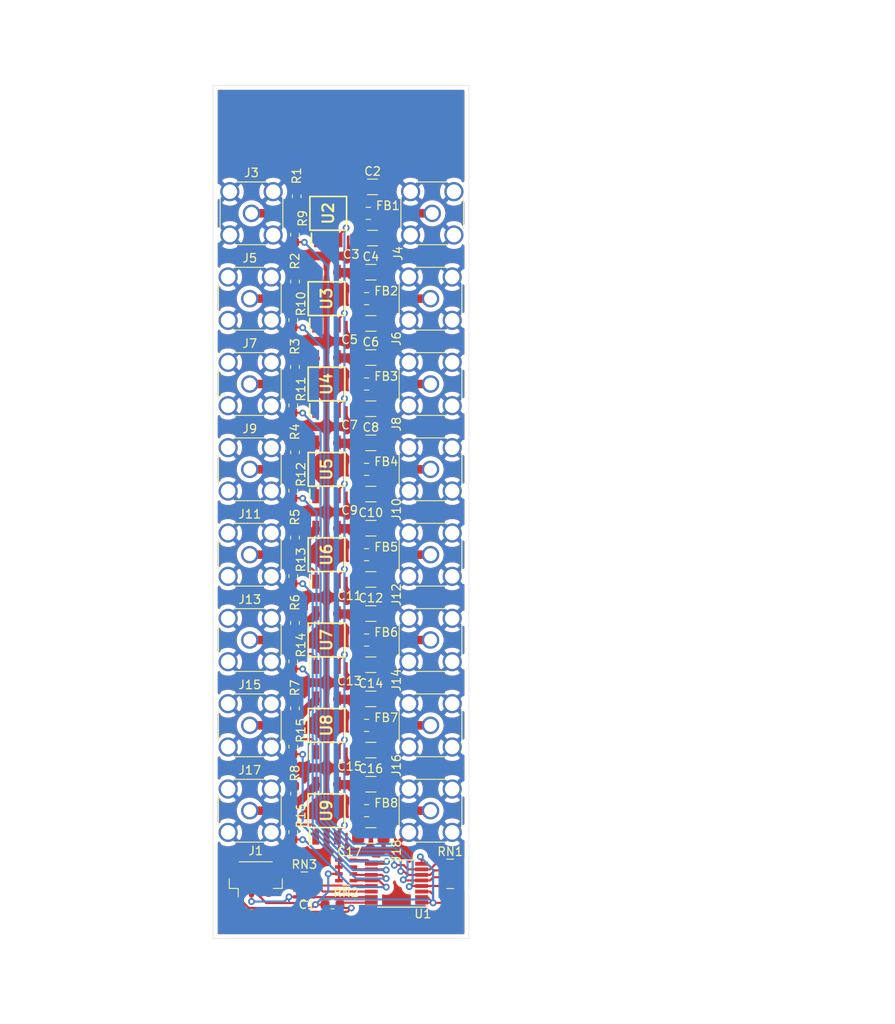
<source format=kicad_pcb>
(kicad_pcb (version 20171130) (host pcbnew "(5.1.5-0)")
  (layers (0 F.Cu signal) (31 B.Cu signal) (34 B.Paste user) (35 F.Paste user) (36 B.SilkS user) (37 F.SilkS user) (38 B.Mask user) (39 F.Mask user) (44 Edge.Cuts user))
  (net 0 "")
  (net 1 +3V3)
  (net 2 GND)
  (net 3 /scl)
  (net 4 /sda)
  (net 5 "Net-(J3-Pad1)")
  (net 6 "Net-(J5-Pad1)")
  (net 7 "Net-(J7-Pad1)")
  (net 8 "Net-(J11-Pad1)")
  (net 9 "Net-(J13-Pad1)")
  (net 10 "Net-(J15-Pad1)")
  (net 11 "Net-(J17-Pad1)")
  (net 12 /sw1)
  (net 13 /sw2)
  (net 14 /sw3)
  (net 15 /sw4)
  (net 16 /sw5)
  (net 17 /sw6)
  (net 18 /sw7)
  (net 19 /sw8)
  (net 20 GNDD)
  (net 21 "Net-(J9-Pad1)")
  (net 22 "Net-(R9-Pad1)")
  (net 23 "Net-(R10-Pad1)")
  (net 24 "Net-(R11-Pad1)")
  (net 25 "Net-(R12-Pad1)")
  (net 26 "Net-(R13-Pad1)")
  (net 27 "Net-(R14-Pad1)")
  (net 28 "Net-(R15-Pad1)")
  (net 29 "Net-(R16-Pad1)")
  (net 30 "Net-(C3-Pad1)")
  (net 31 "Net-(C5-Pad1)")
  (net 32 "Net-(C7-Pad1)")
  (net 33 "Net-(C9-Pad1)")
  (net 34 "Net-(C11-Pad1)")
  (net 35 "Net-(C13-Pad1)")
  (net 36 "Net-(C15-Pad1)")
  (net 37 "Net-(C17-Pad1)")
  (net 38 "Net-(C2-Pad1)")
  (net 39 "Net-(C4-Pad1)")
  (net 40 "Net-(C6-Pad1)")
  (net 41 "Net-(C8-Pad1)")
  (net 42 "Net-(C10-Pad1)")
  (net 43 "Net-(C12-Pad1)")
  (net 44 "Net-(C14-Pad1)")
  (net 45 "Net-(C16-Pad1)")
  (net 46 "Net-(RN3-Pad7)")
  (net 47 "Net-(RN3-Pad8)")
  (module Resistor_SMD:R_Array_Concave_4x0603 (layer F.Cu) (at 130.7 153.9)
    (fp_text reference RN3 (at 0 -2.6) (layer F.SilkS))
    (fp_text value "4 x 10K ohm")
    (pad 5 smd rect (at 0.85 1.2) (size 0.9 0.4) (layers F.Cu F.Paste F.Mask) (net 4 /sda))
    (pad 6 smd rect (at 0.85 0.4) (size 0.9 0.4) (layers F.Cu F.Paste F.Mask) (net 3 /scl))
    (pad 7 smd rect (at 0.85 -0.4) (size 0.9 0.4) (layers F.Cu F.Paste F.Mask) (net 46 "Net-(RN3-Pad7)"))
    (pad 8 smd rect (at 0.85 -1.2) (size 0.9 0.4) (layers F.Cu F.Paste F.Mask) (net 47 "Net-(RN3-Pad8)"))
    (pad 4 smd rect (at -0.85 1.2) (size 0.9 0.4) (layers F.Cu F.Paste F.Mask) (net 1 +3V3))
    (pad 1 smd rect (at -0.85 -1.2) (size 0.9 0.4) (layers F.Cu F.Paste F.Mask) (net 1 +3V3))
    (pad 3 smd rect (at -0.85 0.4) (size 0.9 0.4) (layers F.Cu F.Paste F.Mask) (net 1 +3V3))
    (pad 2 smd rect (at -0.85 -0.4) (size 0.9 0.4) (layers F.Cu F.Paste F.Mask) (net 1 +3V3))
  )
  (module Resistor_SMD:R_0603_1608Metric_Pad1.05x0.95mm_HandSolder (layer F.Cu) (at 129.6 143 90)
    (fp_text reference R8 (at 2.4 0 90) (layer F.SilkS))
    (fp_text value "10K 0.1%")
    (pad 2 smd roundrect (at 0.875 0 90) (size 1.05 0.95) (layers F.Cu F.Paste F.Mask) (net 2 GND))
    (pad 1 smd roundrect (at -0.875 0 90) (size 1.05 0.95) (layers F.Cu F.Paste F.Mask) (net 11 "Net-(J17-Pad1)"))
  )
  (module Resistor_SMD:R_0603_1608Metric_Pad1.05x0.95mm_HandSolder (layer F.Cu) (at 129.6 133 90)
    (fp_text reference R7 (at 2.4 0 90) (layer F.SilkS))
    (fp_text value "10K 0.1%")
    (pad 2 smd roundrect (at 0.875 0 90) (size 1.05 0.95) (layers F.Cu F.Paste F.Mask) (net 2 GND))
    (pad 1 smd roundrect (at -0.875 0 90) (size 1.05 0.95) (layers F.Cu F.Paste F.Mask) (net 10 "Net-(J15-Pad1)"))
  )
  (module Resistor_SMD:R_0603_1608Metric_Pad1.05x0.95mm_HandSolder (layer F.Cu) (at 129.6 123 90)
    (fp_text reference R6 (at 2.4 0 90) (layer F.SilkS))
    (fp_text value "10K 0.1%")
    (pad 2 smd roundrect (at 0.875 0 90) (size 1.05 0.95) (layers F.Cu F.Paste F.Mask) (net 2 GND))
    (pad 1 smd roundrect (at -0.875 0 90) (size 1.05 0.95) (layers F.Cu F.Paste F.Mask) (net 9 "Net-(J13-Pad1)"))
  )
  (module Resistor_SMD:R_0603_1608Metric_Pad1.05x0.95mm_HandSolder (layer F.Cu) (at 129.6 113 90)
    (fp_text reference R5 (at 2.4 0 90) (layer F.SilkS))
    (fp_text value "10K 0.1%")
    (pad 2 smd roundrect (at 0.875 0 90) (size 1.05 0.95) (layers F.Cu F.Paste F.Mask) (net 2 GND))
    (pad 1 smd roundrect (at -0.875 0 90) (size 1.05 0.95) (layers F.Cu F.Paste F.Mask) (net 8 "Net-(J11-Pad1)"))
  )
  (module Resistor_SMD:R_0603_1608Metric_Pad1.05x0.95mm_HandSolder (layer F.Cu) (at 129.6 103 90)
    (fp_text reference R4 (at 2.4 0 90) (layer F.SilkS))
    (fp_text value "10K 0.1%")
    (pad 2 smd roundrect (at 0.875 0 90) (size 1.05 0.95) (layers F.Cu F.Paste F.Mask) (net 2 GND))
    (pad 1 smd roundrect (at -0.875 0 90) (size 1.05 0.95) (layers F.Cu F.Paste F.Mask) (net 21 "Net-(J9-Pad1)"))
  )
  (module Resistor_SMD:R_0603_1608Metric_Pad1.05x0.95mm_HandSolder (layer F.Cu) (at 129.6 93 90)
    (fp_text reference R3 (at 2.4 0 90) (layer F.SilkS))
    (fp_text value "10K 0.1%")
    (pad 2 smd roundrect (at 0.875 0 90) (size 1.05 0.95) (layers F.Cu F.Paste F.Mask) (net 2 GND))
    (pad 1 smd roundrect (at -0.875 0 90) (size 1.05 0.95) (layers F.Cu F.Paste F.Mask) (net 7 "Net-(J7-Pad1)"))
  )
  (module Resistor_SMD:R_0603_1608Metric_Pad1.05x0.95mm_HandSolder (layer F.Cu) (at 129.6 83 90)
    (fp_text reference R2 (at 2.4 0 90) (layer F.SilkS))
    (fp_text value "10K 0.1%")
    (pad 2 smd roundrect (at 0.875 0 90) (size 1.05 0.95) (layers F.Cu F.Paste F.Mask) (net 2 GND))
    (pad 1 smd roundrect (at -0.875 0 90) (size 1.05 0.95) (layers F.Cu F.Paste F.Mask) (net 6 "Net-(J5-Pad1)"))
  )
  (module Resistor_SMD:R_0603_1608Metric_Pad1.05x0.95mm_HandSolder (layer F.Cu) (at 129.8 73 90)
    (fp_text reference R1 (at 2.4 0 90) (layer F.SilkS))
    (fp_text value "10K 0.1%")
    (pad 2 smd roundrect (at 0.875 0 90) (size 1.05 0.95) (layers F.Cu F.Paste F.Mask) (net 2 GND))
    (pad 1 smd roundrect (at -0.875 0 90) (size 1.05 0.95) (layers F.Cu F.Paste F.Mask) (net 5 "Net-(J3-Pad1)"))
  )
  (module Inductor_SMD:L_0805_2012Metric_Pad1.15x1.40mm_HandSolder (layer F.Cu) (at 138 145 180)
    (fp_text reference FB8 (at -2.3 0.9) (layer F.SilkS))
    (fp_text value Ferrite_Bead)
    (pad 2 smd roundrect (at 1.025 0 180) (size 1.15 1.4) (layers F.Cu F.Paste F.Mask) (roundrect_rratio 0.217391) (net 45 "Net-(C16-Pad1)"))
    (pad 1 smd roundrect (at -1.025 0 180) (size 1.15 1.4) (layers F.Cu F.Paste F.Mask) (roundrect_rratio 0.217391) (net 37 "Net-(C17-Pad1)"))
  )
  (module Inductor_SMD:L_0805_2012Metric_Pad1.15x1.40mm_HandSolder (layer F.Cu) (at 138 135 180)
    (fp_text reference FB7 (at -2.3 0.9) (layer F.SilkS))
    (fp_text value Ferrite_Bead)
    (pad 2 smd roundrect (at 1.025 0 180) (size 1.15 1.4) (layers F.Cu F.Paste F.Mask) (roundrect_rratio 0.217391) (net 44 "Net-(C14-Pad1)"))
    (pad 1 smd roundrect (at -1.025 0 180) (size 1.15 1.4) (layers F.Cu F.Paste F.Mask) (roundrect_rratio 0.217391) (net 36 "Net-(C15-Pad1)"))
  )
  (module Inductor_SMD:L_0805_2012Metric_Pad1.15x1.40mm_HandSolder (layer F.Cu) (at 138 125 180)
    (fp_text reference FB6 (at -2.3 0.9) (layer F.SilkS))
    (fp_text value Ferrite_Bead)
    (pad 2 smd roundrect (at 1.025 0 180) (size 1.15 1.4) (layers F.Cu F.Paste F.Mask) (roundrect_rratio 0.217391) (net 43 "Net-(C12-Pad1)"))
    (pad 1 smd roundrect (at -1.025 0 180) (size 1.15 1.4) (layers F.Cu F.Paste F.Mask) (roundrect_rratio 0.217391) (net 35 "Net-(C13-Pad1)"))
  )
  (module Inductor_SMD:L_0805_2012Metric_Pad1.15x1.40mm_HandSolder (layer F.Cu) (at 138 115 180)
    (fp_text reference FB5 (at -2.3 0.9) (layer F.SilkS))
    (fp_text value Ferrite_Bead)
    (pad 2 smd roundrect (at 1.025 0 180) (size 1.15 1.4) (layers F.Cu F.Paste F.Mask) (roundrect_rratio 0.217391) (net 42 "Net-(C10-Pad1)"))
    (pad 1 smd roundrect (at -1.025 0 180) (size 1.15 1.4) (layers F.Cu F.Paste F.Mask) (roundrect_rratio 0.217391) (net 34 "Net-(C11-Pad1)"))
  )
  (module Inductor_SMD:L_0805_2012Metric_Pad1.15x1.40mm_HandSolder (layer F.Cu) (at 138 105 180)
    (fp_text reference FB4 (at -2.3 0.9) (layer F.SilkS))
    (fp_text value Ferrite_Bead)
    (pad 2 smd roundrect (at 1.025 0 180) (size 1.15 1.4) (layers F.Cu F.Paste F.Mask) (roundrect_rratio 0.217391) (net 41 "Net-(C8-Pad1)"))
    (pad 1 smd roundrect (at -1.025 0 180) (size 1.15 1.4) (layers F.Cu F.Paste F.Mask) (roundrect_rratio 0.217391) (net 33 "Net-(C9-Pad1)"))
  )
  (module Inductor_SMD:L_0805_2012Metric_Pad1.15x1.40mm_HandSolder (layer F.Cu) (at 138 95 180)
    (fp_text reference FB3 (at -2.3 0.9) (layer F.SilkS))
    (fp_text value Ferrite_Bead)
    (pad 2 smd roundrect (at 1.025 0 180) (size 1.15 1.4) (layers F.Cu F.Paste F.Mask) (roundrect_rratio 0.217391) (net 40 "Net-(C6-Pad1)"))
    (pad 1 smd roundrect (at -1.025 0 180) (size 1.15 1.4) (layers F.Cu F.Paste F.Mask) (roundrect_rratio 0.217391) (net 32 "Net-(C7-Pad1)"))
  )
  (module Inductor_SMD:L_0805_2012Metric_Pad1.15x1.40mm_HandSolder (layer F.Cu) (at 138 85 180)
    (fp_text reference FB2 (at -2.3 0.9) (layer F.SilkS))
    (fp_text value Ferrite_Bead)
    (pad 2 smd roundrect (at 1.025 0 180) (size 1.15 1.4) (layers F.Cu F.Paste F.Mask) (roundrect_rratio 0.217391) (net 39 "Net-(C4-Pad1)"))
    (pad 1 smd roundrect (at -1.025 0 180) (size 1.15 1.4) (layers F.Cu F.Paste F.Mask) (roundrect_rratio 0.217391) (net 31 "Net-(C5-Pad1)"))
  )
  (module Inductor_SMD:L_0805_2012Metric_Pad1.15x1.40mm_HandSolder (layer F.Cu) (at 138.2 75 180)
    (fp_text reference FB1 (at -2.3 0.9) (layer F.SilkS))
    (fp_text value Ferrite_Bead)
    (pad 2 smd roundrect (at 1.025 0 180) (size 1.15 1.4) (layers F.Cu F.Paste F.Mask) (roundrect_rratio 0.217391) (net 38 "Net-(C2-Pad1)"))
    (pad 1 smd roundrect (at -1.025 0 180) (size 1.15 1.4) (layers F.Cu F.Paste F.Mask) (roundrect_rratio 0.217391) (net 30 "Net-(C3-Pad1)"))
  )
  (module Capacitor_SMD:C_1206_3216Metric_Pad1.42x1.75mm_HandSolder (layer F.Cu) (at 138.5 147.9)
    (fp_text reference C17 (at -2.5 1.9) (layer F.SilkS))
    (fp_text value 100uF)
    (pad 2 smd roundrect (at 1.4875 0) (size 1.425 1.75) (layers F.Cu F.Paste F.Mask) (roundrect_rratio 0.175439) (net 2 GND))
    (pad 1 smd roundrect (at -1.4875 0) (size 1.425 1.75) (layers F.Cu F.Paste F.Mask) (roundrect_rratio 0.175439) (net 37 "Net-(C17-Pad1)"))
  )
  (module Capacitor_SMD:C_1206_3216Metric_Pad1.42x1.75mm_HandSolder (layer F.Cu) (at 138.5 141.9)
    (fp_text reference C16 (at 0 -1.82) (layer F.SilkS))
    (fp_text value 100uF)
    (pad 2 smd roundrect (at 1.4875 0) (size 1.425 1.75) (layers F.Cu F.Paste F.Mask) (roundrect_rratio 0.175439) (net 2 GND))
    (pad 1 smd roundrect (at -1.4875 0) (size 1.425 1.75) (layers F.Cu F.Paste F.Mask) (roundrect_rratio 0.175439) (net 45 "Net-(C16-Pad1)"))
  )
  (module Capacitor_SMD:C_1206_3216Metric_Pad1.42x1.75mm_HandSolder (layer F.Cu) (at 138.5 137.9)
    (fp_text reference C15 (at -2.5 1.9) (layer F.SilkS))
    (fp_text value 100uF)
    (pad 2 smd roundrect (at 1.4875 0) (size 1.425 1.75) (layers F.Cu F.Paste F.Mask) (roundrect_rratio 0.175439) (net 2 GND))
    (pad 1 smd roundrect (at -1.4875 0) (size 1.425 1.75) (layers F.Cu F.Paste F.Mask) (roundrect_rratio 0.175439) (net 36 "Net-(C15-Pad1)"))
  )
  (module Capacitor_SMD:C_1206_3216Metric_Pad1.42x1.75mm_HandSolder (layer F.Cu) (at 138.5 131.9)
    (fp_text reference C14 (at 0 -1.82) (layer F.SilkS))
    (fp_text value 100uF)
    (pad 2 smd roundrect (at 1.4875 0) (size 1.425 1.75) (layers F.Cu F.Paste F.Mask) (roundrect_rratio 0.175439) (net 2 GND))
    (pad 1 smd roundrect (at -1.4875 0) (size 1.425 1.75) (layers F.Cu F.Paste F.Mask) (roundrect_rratio 0.175439) (net 44 "Net-(C14-Pad1)"))
  )
  (module Capacitor_SMD:C_1206_3216Metric_Pad1.42x1.75mm_HandSolder (layer F.Cu) (at 138.5 127.9)
    (fp_text reference C13 (at -2.5 1.9) (layer F.SilkS))
    (fp_text value 100uF)
    (pad 2 smd roundrect (at 1.4875 0) (size 1.425 1.75) (layers F.Cu F.Paste F.Mask) (roundrect_rratio 0.175439) (net 2 GND))
    (pad 1 smd roundrect (at -1.4875 0) (size 1.425 1.75) (layers F.Cu F.Paste F.Mask) (roundrect_rratio 0.175439) (net 35 "Net-(C13-Pad1)"))
  )
  (module Capacitor_SMD:C_1206_3216Metric_Pad1.42x1.75mm_HandSolder (layer F.Cu) (at 138.5 121.9)
    (fp_text reference C12 (at 0 -1.82) (layer F.SilkS))
    (fp_text value 100uF)
    (pad 2 smd roundrect (at 1.4875 0) (size 1.425 1.75) (layers F.Cu F.Paste F.Mask) (roundrect_rratio 0.175439) (net 2 GND))
    (pad 1 smd roundrect (at -1.4875 0) (size 1.425 1.75) (layers F.Cu F.Paste F.Mask) (roundrect_rratio 0.175439) (net 43 "Net-(C12-Pad1)"))
  )
  (module Capacitor_SMD:C_1206_3216Metric_Pad1.42x1.75mm_HandSolder (layer F.Cu) (at 138.5 117.9)
    (fp_text reference C11 (at -2.5 1.9) (layer F.SilkS))
    (fp_text value 100uF)
    (pad 2 smd roundrect (at 1.4875 0) (size 1.425 1.75) (layers F.Cu F.Paste F.Mask) (roundrect_rratio 0.175439) (net 2 GND))
    (pad 1 smd roundrect (at -1.4875 0) (size 1.425 1.75) (layers F.Cu F.Paste F.Mask) (roundrect_rratio 0.175439) (net 34 "Net-(C11-Pad1)"))
  )
  (module Capacitor_SMD:C_1206_3216Metric_Pad1.42x1.75mm_HandSolder (layer F.Cu) (at 138.5 111.9)
    (fp_text reference C10 (at 0 -1.82) (layer F.SilkS))
    (fp_text value 100uF)
    (pad 2 smd roundrect (at 1.4875 0) (size 1.425 1.75) (layers F.Cu F.Paste F.Mask) (roundrect_rratio 0.175439) (net 2 GND))
    (pad 1 smd roundrect (at -1.4875 0) (size 1.425 1.75) (layers F.Cu F.Paste F.Mask) (roundrect_rratio 0.175439) (net 42 "Net-(C10-Pad1)"))
  )
  (module Capacitor_SMD:C_1206_3216Metric_Pad1.42x1.75mm_HandSolder (layer F.Cu) (at 138.5 107.9)
    (fp_text reference C9 (at -2.5 1.9) (layer F.SilkS))
    (fp_text value 100uF)
    (pad 2 smd roundrect (at 1.4875 0) (size 1.425 1.75) (layers F.Cu F.Paste F.Mask) (roundrect_rratio 0.175439) (net 2 GND))
    (pad 1 smd roundrect (at -1.4875 0) (size 1.425 1.75) (layers F.Cu F.Paste F.Mask) (roundrect_rratio 0.175439) (net 33 "Net-(C9-Pad1)"))
  )
  (module Capacitor_SMD:C_1206_3216Metric_Pad1.42x1.75mm_HandSolder (layer F.Cu) (at 138.5 101.9)
    (fp_text reference C8 (at 0 -1.82) (layer F.SilkS))
    (fp_text value 100uF)
    (pad 2 smd roundrect (at 1.4875 0) (size 1.425 1.75) (layers F.Cu F.Paste F.Mask) (roundrect_rratio 0.175439) (net 2 GND))
    (pad 1 smd roundrect (at -1.4875 0) (size 1.425 1.75) (layers F.Cu F.Paste F.Mask) (roundrect_rratio 0.175439) (net 41 "Net-(C8-Pad1)"))
  )
  (module Capacitor_SMD:C_1206_3216Metric_Pad1.42x1.75mm_HandSolder (layer F.Cu) (at 138.5 97.9)
    (fp_text reference C7 (at -2.5 1.9) (layer F.SilkS))
    (fp_text value 100uF)
    (pad 2 smd roundrect (at 1.4875 0) (size 1.425 1.75) (layers F.Cu F.Paste F.Mask) (roundrect_rratio 0.175439) (net 2 GND))
    (pad 1 smd roundrect (at -1.4875 0) (size 1.425 1.75) (layers F.Cu F.Paste F.Mask) (roundrect_rratio 0.175439) (net 32 "Net-(C7-Pad1)"))
  )
  (module Capacitor_SMD:C_1206_3216Metric_Pad1.42x1.75mm_HandSolder (layer F.Cu) (at 138.5 91.9)
    (fp_text reference C6 (at 0 -1.82) (layer F.SilkS))
    (fp_text value 100uF)
    (pad 2 smd roundrect (at 1.4875 0) (size 1.425 1.75) (layers F.Cu F.Paste F.Mask) (roundrect_rratio 0.175439) (net 2 GND))
    (pad 1 smd roundrect (at -1.4875 0) (size 1.425 1.75) (layers F.Cu F.Paste F.Mask) (roundrect_rratio 0.175439) (net 40 "Net-(C6-Pad1)"))
  )
  (module Capacitor_SMD:C_1206_3216Metric_Pad1.42x1.75mm_HandSolder (layer F.Cu) (at 138.5 87.9)
    (fp_text reference C5 (at -2.5 1.9) (layer F.SilkS))
    (fp_text value 100uF)
    (pad 2 smd roundrect (at 1.4875 0) (size 1.425 1.75) (layers F.Cu F.Paste F.Mask) (roundrect_rratio 0.175439) (net 2 GND))
    (pad 1 smd roundrect (at -1.4875 0) (size 1.425 1.75) (layers F.Cu F.Paste F.Mask) (roundrect_rratio 0.175439) (net 31 "Net-(C5-Pad1)"))
  )
  (module Capacitor_SMD:C_1206_3216Metric_Pad1.42x1.75mm_HandSolder (layer F.Cu) (at 138.5 81.9)
    (fp_text reference C4 (at 0 -1.82) (layer F.SilkS))
    (fp_text value 100uF)
    (pad 2 smd roundrect (at 1.4875 0) (size 1.425 1.75) (layers F.Cu F.Paste F.Mask) (roundrect_rratio 0.175439) (net 2 GND))
    (pad 1 smd roundrect (at -1.4875 0) (size 1.425 1.75) (layers F.Cu F.Paste F.Mask) (roundrect_rratio 0.175439) (net 39 "Net-(C4-Pad1)"))
  )
  (module Capacitor_SMD:C_1206_3216Metric_Pad1.42x1.75mm_HandSolder (layer F.Cu) (at 138.7 77.9)
    (fp_text reference C3 (at -2.5 1.9) (layer F.SilkS))
    (fp_text value 100uF)
    (pad 2 smd roundrect (at 1.4875 0) (size 1.425 1.75) (layers F.Cu F.Paste F.Mask) (roundrect_rratio 0.175439) (net 2 GND))
    (pad 1 smd roundrect (at -1.4875 0) (size 1.425 1.75) (layers F.Cu F.Paste F.Mask) (roundrect_rratio 0.175439) (net 30 "Net-(C3-Pad1)"))
  )
  (module Capacitor_SMD:C_1206_3216Metric_Pad1.42x1.75mm_HandSolder (layer F.Cu) (at 138.7 71.9)
    (fp_text reference C2 (at 0 -1.82) (layer F.SilkS))
    (fp_text value 100uF)
    (pad 2 smd roundrect (at 1.4875 0) (size 1.425 1.75) (layers F.Cu F.Paste F.Mask) (roundrect_rratio 0.175439) (net 2 GND))
    (pad 1 smd roundrect (at -1.4875 0) (size 1.425 1.75) (layers F.Cu F.Paste F.Mask) (roundrect_rratio 0.175439) (net 38 "Net-(C2-Pad1)"))
  )
  (module 0my_footprints:AQY211G2S_samacsys (layer F.Cu) (at 133.3 145 90)
    (fp_text reference U9 (at 0 0 90) (layer F.SilkS) (effects (font (size 1.27 1.27) (thickness 0.254))))
    (fp_text value AQY212GSZ hide)
    (pad 1 smd rect (at -3.15 -1.27 180) (size 0.8 1.65) (layers F.Cu F.Paste F.Mask) (net 29 "Net-(R16-Pad1)"))
    (pad 2 smd rect (at -3.15 1.27 180) (size 0.8 1.65) (layers F.Cu F.Paste F.Mask) (net 20 GNDD))
    (pad 3 smd rect (at 3.15 1.27 180) (size 0.8 1.65) (layers F.Cu F.Paste F.Mask) (net 45 "Net-(C16-Pad1)"))
    (pad 4 smd rect (at 3.15 -1.27 180) (size 0.8 1.65) (layers F.Cu F.Paste F.Mask) (net 11 "Net-(J17-Pad1)"))
  )
  (module 0my_footprints:AQY211G2S_samacsys (layer F.Cu) (at 133.3 135 90)
    (fp_text reference U8 (at 0 0 90) (layer F.SilkS) (effects (font (size 1.27 1.27) (thickness 0.254))))
    (fp_text value AQY212GSZ hide)
    (pad 1 smd rect (at -3.15 -1.27 180) (size 0.8 1.65) (layers F.Cu F.Paste F.Mask) (net 28 "Net-(R15-Pad1)"))
    (pad 2 smd rect (at -3.15 1.27 180) (size 0.8 1.65) (layers F.Cu F.Paste F.Mask) (net 20 GNDD))
    (pad 3 smd rect (at 3.15 1.27 180) (size 0.8 1.65) (layers F.Cu F.Paste F.Mask) (net 44 "Net-(C14-Pad1)"))
    (pad 4 smd rect (at 3.15 -1.27 180) (size 0.8 1.65) (layers F.Cu F.Paste F.Mask) (net 10 "Net-(J15-Pad1)"))
  )
  (module 0my_footprints:AQY211G2S_samacsys (layer F.Cu) (at 133.3 125 90)
    (fp_text reference U7 (at 0 0 90) (layer F.SilkS) (effects (font (size 1.27 1.27) (thickness 0.254))))
    (fp_text value AQY212GSZ hide)
    (pad 1 smd rect (at -3.15 -1.27 180) (size 0.8 1.65) (layers F.Cu F.Paste F.Mask) (net 27 "Net-(R14-Pad1)"))
    (pad 2 smd rect (at -3.15 1.27 180) (size 0.8 1.65) (layers F.Cu F.Paste F.Mask) (net 20 GNDD))
    (pad 3 smd rect (at 3.15 1.27 180) (size 0.8 1.65) (layers F.Cu F.Paste F.Mask) (net 43 "Net-(C12-Pad1)"))
    (pad 4 smd rect (at 3.15 -1.27 180) (size 0.8 1.65) (layers F.Cu F.Paste F.Mask) (net 9 "Net-(J13-Pad1)"))
  )
  (module 0my_footprints:AQY211G2S_samacsys (layer F.Cu) (at 133.3 115 90)
    (fp_text reference U6 (at 0 0 90) (layer F.SilkS) (effects (font (size 1.27 1.27) (thickness 0.254))))
    (fp_text value AQY212GSZ hide)
    (pad 1 smd rect (at -3.15 -1.27 180) (size 0.8 1.65) (layers F.Cu F.Paste F.Mask) (net 26 "Net-(R13-Pad1)"))
    (pad 2 smd rect (at -3.15 1.27 180) (size 0.8 1.65) (layers F.Cu F.Paste F.Mask) (net 20 GNDD))
    (pad 3 smd rect (at 3.15 1.27 180) (size 0.8 1.65) (layers F.Cu F.Paste F.Mask) (net 42 "Net-(C10-Pad1)"))
    (pad 4 smd rect (at 3.15 -1.27 180) (size 0.8 1.65) (layers F.Cu F.Paste F.Mask) (net 8 "Net-(J11-Pad1)"))
  )
  (module 0my_footprints:AQY211G2S_samacsys (layer F.Cu) (at 133.3 105 90)
    (fp_text reference U5 (at 0 0 90) (layer F.SilkS) (effects (font (size 1.27 1.27) (thickness 0.254))))
    (fp_text value AQY212GSZ hide)
    (pad 1 smd rect (at -3.15 -1.27 180) (size 0.8 1.65) (layers F.Cu F.Paste F.Mask) (net 25 "Net-(R12-Pad1)"))
    (pad 2 smd rect (at -3.15 1.27 180) (size 0.8 1.65) (layers F.Cu F.Paste F.Mask) (net 20 GNDD))
    (pad 3 smd rect (at 3.15 1.27 180) (size 0.8 1.65) (layers F.Cu F.Paste F.Mask) (net 41 "Net-(C8-Pad1)"))
    (pad 4 smd rect (at 3.15 -1.27 180) (size 0.8 1.65) (layers F.Cu F.Paste F.Mask) (net 21 "Net-(J9-Pad1)"))
  )
  (module 0my_footprints:AQY211G2S_samacsys (layer F.Cu) (at 133.3 95 90)
    (fp_text reference U4 (at 0 0 90) (layer F.SilkS) (effects (font (size 1.27 1.27) (thickness 0.254))))
    (fp_text value AQY212GSZ hide)
    (pad 1 smd rect (at -3.15 -1.27 180) (size 0.8 1.65) (layers F.Cu F.Paste F.Mask) (net 24 "Net-(R11-Pad1)"))
    (pad 2 smd rect (at -3.15 1.27 180) (size 0.8 1.65) (layers F.Cu F.Paste F.Mask) (net 20 GNDD))
    (pad 3 smd rect (at 3.15 1.27 180) (size 0.8 1.65) (layers F.Cu F.Paste F.Mask) (net 40 "Net-(C6-Pad1)"))
    (pad 4 smd rect (at 3.15 -1.27 180) (size 0.8 1.65) (layers F.Cu F.Paste F.Mask) (net 7 "Net-(J7-Pad1)"))
  )
  (module 0my_footprints:AQY211G2S_samacsys (layer F.Cu) (at 133.3 85 90)
    (fp_text reference U3 (at 0 0 90) (layer F.SilkS) (effects (font (size 1.27 1.27) (thickness 0.254))))
    (fp_text value AQY212GSZ hide)
    (pad 1 smd rect (at -3.15 -1.27 180) (size 0.8 1.65) (layers F.Cu F.Paste F.Mask) (net 23 "Net-(R10-Pad1)"))
    (pad 2 smd rect (at -3.15 1.27 180) (size 0.8 1.65) (layers F.Cu F.Paste F.Mask) (net 20 GNDD))
    (pad 3 smd rect (at 3.15 1.27 180) (size 0.8 1.65) (layers F.Cu F.Paste F.Mask) (net 39 "Net-(C4-Pad1)"))
    (pad 4 smd rect (at 3.15 -1.27 180) (size 0.8 1.65) (layers F.Cu F.Paste F.Mask) (net 6 "Net-(J5-Pad1)"))
  )
  (module 0my_footprints:AQY211G2S_samacsys (layer F.Cu) (at 133.5 75 90)
    (fp_text reference U2 (at 0 0 90) (layer F.SilkS) (effects (font (size 1.27 1.27) (thickness 0.254))))
    (fp_text value AQY212GSZ hide)
    (pad 1 smd rect (at -3.15 -1.27 180) (size 0.8 1.65) (layers F.Cu F.Paste F.Mask) (net 22 "Net-(R9-Pad1)"))
    (pad 2 smd rect (at -3.15 1.27 180) (size 0.8 1.65) (layers F.Cu F.Paste F.Mask) (net 20 GNDD))
    (pad 3 smd rect (at 3.15 1.27 180) (size 0.8 1.65) (layers F.Cu F.Paste F.Mask) (net 38 "Net-(C2-Pad1)"))
    (pad 4 smd rect (at 3.15 -1.27 180) (size 0.8 1.65) (layers F.Cu F.Paste F.Mask) (net 5 "Net-(J3-Pad1)"))
  )
  (module Resistor_SMD:R_Array_Concave_4x0603 (layer F.Cu) (at 135.6 152 180)
    (fp_text reference RN2 (at 0 -2.6) (layer F.SilkS))
    (fp_text value "4 x 10K ohm")
    (pad 5 smd rect (at 0.85 1.2 180) (size 0.9 0.4) (layers F.Cu F.Paste F.Mask) (net 20 GNDD))
    (pad 6 smd rect (at 0.85 0.4 180) (size 0.9 0.4) (layers F.Cu F.Paste F.Mask) (net 20 GNDD))
    (pad 7 smd rect (at 0.85 -0.4 180) (size 0.9 0.4) (layers F.Cu F.Paste F.Mask) (net 20 GNDD))
    (pad 8 smd rect (at 0.85 -1.2 180) (size 0.9 0.4) (layers F.Cu F.Paste F.Mask) (net 20 GNDD))
    (pad 4 smd rect (at -0.85 1.2 180) (size 0.9 0.4) (layers F.Cu F.Paste F.Mask) (net 16 /sw5))
    (pad 1 smd rect (at -0.85 -1.2 180) (size 0.9 0.4) (layers F.Cu F.Paste F.Mask) (net 19 /sw8))
    (pad 3 smd rect (at -0.85 0.4 180) (size 0.9 0.4) (layers F.Cu F.Paste F.Mask) (net 17 /sw6))
    (pad 2 smd rect (at -0.85 -0.4 180) (size 0.9 0.4) (layers F.Cu F.Paste F.Mask) (net 18 /sw7))
  )
  (module Resistor_SMD:R_Array_Concave_4x0603 (layer F.Cu) (at 147.8 152.4)
    (fp_text reference RN1 (at 0 -2.6) (layer F.SilkS))
    (fp_text value "4 x 10K ohm")
    (pad 5 smd rect (at 0.85 1.2) (size 0.9 0.4) (layers F.Cu F.Paste F.Mask) (net 20 GNDD))
    (pad 6 smd rect (at 0.85 0.4) (size 0.9 0.4) (layers F.Cu F.Paste F.Mask) (net 20 GNDD))
    (pad 7 smd rect (at 0.85 -0.4) (size 0.9 0.4) (layers F.Cu F.Paste F.Mask) (net 20 GNDD))
    (pad 8 smd rect (at 0.85 -1.2) (size 0.9 0.4) (layers F.Cu F.Paste F.Mask) (net 20 GNDD))
    (pad 4 smd rect (at -0.85 1.2) (size 0.9 0.4) (layers F.Cu F.Paste F.Mask) (net 12 /sw1))
    (pad 1 smd rect (at -0.85 -1.2) (size 0.9 0.4) (layers F.Cu F.Paste F.Mask) (net 15 /sw4))
    (pad 3 smd rect (at -0.85 0.4) (size 0.9 0.4) (layers F.Cu F.Paste F.Mask) (net 13 /sw2))
    (pad 2 smd rect (at -0.85 -0.4) (size 0.9 0.4) (layers F.Cu F.Paste F.Mask) (net 14 /sw3))
  )
  (module Resistor_SMD:R_0603_1608Metric_Pad1.05x0.95mm_HandSolder (layer F.Cu) (at 129.4 147.5 270)
    (fp_text reference R16 (at -1.9 -0.9 90) (layer F.SilkS))
    (fp_text value 390)
    (pad 2 smd roundrect (at 0.875 0 270) (size 1.05 0.95) (layers F.Cu F.Paste F.Mask) (net 19 /sw8))
    (pad 1 smd roundrect (at -0.875 0 270) (size 1.05 0.95) (layers F.Cu F.Paste F.Mask) (net 29 "Net-(R16-Pad1)"))
  )
  (module Resistor_SMD:R_0603_1608Metric_Pad1.05x0.95mm_HandSolder (layer F.Cu) (at 129.4 137.5 270)
    (fp_text reference R15 (at -1.9 -0.9 90) (layer F.SilkS))
    (fp_text value 390)
    (pad 2 smd roundrect (at 0.875 0 270) (size 1.05 0.95) (layers F.Cu F.Paste F.Mask) (net 18 /sw7))
    (pad 1 smd roundrect (at -0.875 0 270) (size 1.05 0.95) (layers F.Cu F.Paste F.Mask) (net 28 "Net-(R15-Pad1)"))
  )
  (module Resistor_SMD:R_0603_1608Metric_Pad1.05x0.95mm_HandSolder (layer F.Cu) (at 129.4 127.5 270)
    (fp_text reference R14 (at -1.9 -0.9 90) (layer F.SilkS))
    (fp_text value 390)
    (pad 2 smd roundrect (at 0.875 0 270) (size 1.05 0.95) (layers F.Cu F.Paste F.Mask) (net 17 /sw6))
    (pad 1 smd roundrect (at -0.875 0 270) (size 1.05 0.95) (layers F.Cu F.Paste F.Mask) (net 27 "Net-(R14-Pad1)"))
  )
  (module Resistor_SMD:R_0603_1608Metric_Pad1.05x0.95mm_HandSolder (layer F.Cu) (at 129.4 117.5 270)
    (fp_text reference R13 (at -1.9 -0.9 90) (layer F.SilkS))
    (fp_text value 390)
    (pad 2 smd roundrect (at 0.875 0 270) (size 1.05 0.95) (layers F.Cu F.Paste F.Mask) (net 16 /sw5))
    (pad 1 smd roundrect (at -0.875 0 270) (size 1.05 0.95) (layers F.Cu F.Paste F.Mask) (net 26 "Net-(R13-Pad1)"))
  )
  (module Resistor_SMD:R_0603_1608Metric_Pad1.05x0.95mm_HandSolder (layer F.Cu) (at 129.4 107.5 270)
    (fp_text reference R12 (at -1.9 -0.9 90) (layer F.SilkS))
    (fp_text value 390)
    (pad 2 smd roundrect (at 0.875 0 270) (size 1.05 0.95) (layers F.Cu F.Paste F.Mask) (net 15 /sw4))
    (pad 1 smd roundrect (at -0.875 0 270) (size 1.05 0.95) (layers F.Cu F.Paste F.Mask) (net 25 "Net-(R12-Pad1)"))
  )
  (module Resistor_SMD:R_0603_1608Metric_Pad1.05x0.95mm_HandSolder (layer F.Cu) (at 129.4 97.5 270)
    (fp_text reference R11 (at -1.9 -0.9 90) (layer F.SilkS))
    (fp_text value 390)
    (pad 2 smd roundrect (at 0.875 0 270) (size 1.05 0.95) (layers F.Cu F.Paste F.Mask) (net 14 /sw3))
    (pad 1 smd roundrect (at -0.875 0 270) (size 1.05 0.95) (layers F.Cu F.Paste F.Mask) (net 24 "Net-(R11-Pad1)"))
  )
  (module Resistor_SMD:R_0603_1608Metric_Pad1.05x0.95mm_HandSolder (layer F.Cu) (at 129.4 87.5 270)
    (fp_text reference R10 (at -1.9 -0.9 90) (layer F.SilkS))
    (fp_text value 390)
    (pad 2 smd roundrect (at 0.875 0 270) (size 1.05 0.95) (layers F.Cu F.Paste F.Mask) (net 13 /sw2))
    (pad 1 smd roundrect (at -0.875 0 270) (size 1.05 0.95) (layers F.Cu F.Paste F.Mask) (net 23 "Net-(R10-Pad1)"))
  )
  (module Resistor_SMD:R_0603_1608Metric_Pad1.05x0.95mm_HandSolder (layer F.Cu) (at 129.6 77.5 270)
    (fp_text reference R9 (at -1.9 -0.9 90) (layer F.SilkS))
    (fp_text value 390)
    (pad 2 smd roundrect (at 0.875 0 270) (size 1.05 0.95) (layers F.Cu F.Paste F.Mask) (net 12 /sw1))
    (pad 1 smd roundrect (at -0.875 0 270) (size 1.05 0.95) (layers F.Cu F.Paste F.Mask) (net 22 "Net-(R9-Pad1)"))
  )
  (module Connector_JST:JST_SH_BM04B-SRSS-TB_1x04-1MP_P1.00mm_Vertical (layer F.Cu) (at 125 153)
    (fp_text reference J1 (at 0 -3.3 180) (layer F.SilkS))
    (fp_text value Conn_01x04)
    (pad MP smd roundrect (at 2.8 -1.2) (size 1.2 1.8) (layers F.Cu F.Paste F.Mask) (roundrect_rratio 0.208333))
    (pad MP smd roundrect (at -2.8 -1.2) (size 1.2 1.8) (layers F.Cu F.Paste F.Mask) (roundrect_rratio 0.208333))
    (pad 4 smd roundrect (at 1.5 1.325) (size 0.6 1.55) (layers F.Cu F.Paste F.Mask) (net 3 /scl))
    (pad 3 smd roundrect (at 0.5 1.325) (size 0.6 1.55) (layers F.Cu F.Paste F.Mask) (net 4 /sda))
    (pad 2 smd roundrect (at -0.5 1.325) (size 0.6 1.55) (layers F.Cu F.Paste F.Mask) (net 1 +3V3))
    (pad 1 smd roundrect (at -1.5 1.325) (size 0.6 1.55) (layers F.Cu F.Paste F.Mask) (net 20 GNDD))
  )
  (module Package_SO:TSSOP-16_4.4x5mm_P0.65mm (layer F.Cu) (at 141.5 153.5 180)
    (fp_text reference U1 (at -3.1 -3.6) (layer F.SilkS))
    (fp_text value TCA9534APWR)
    (pad 16 smd rect (at 2.95 -2.275 180) (size 1.5 0.45) (layers F.Cu F.Paste F.Mask) (net 1 +3V3))
    (pad 15 smd rect (at 2.95 -1.625 180) (size 1.5 0.45) (layers F.Cu F.Paste F.Mask) (net 4 /sda))
    (pad 14 smd rect (at 2.95 -0.975 180) (size 1.5 0.45) (layers F.Cu F.Paste F.Mask) (net 3 /scl))
    (pad 13 smd rect (at 2.95 -0.325 180) (size 1.5 0.45) (layers F.Cu F.Paste F.Mask) (net 46 "Net-(RN3-Pad7)"))
    (pad 12 smd rect (at 2.95 0.325 180) (size 1.5 0.45) (layers F.Cu F.Paste F.Mask) (net 19 /sw8))
    (pad 11 smd rect (at 2.95 0.975 180) (size 1.5 0.45) (layers F.Cu F.Paste F.Mask) (net 18 /sw7))
    (pad 10 smd rect (at 2.95 1.625 180) (size 1.5 0.45) (layers F.Cu F.Paste F.Mask) (net 17 /sw6))
    (pad 9 smd rect (at 2.95 2.275 180) (size 1.5 0.45) (layers F.Cu F.Paste F.Mask) (net 16 /sw5))
    (pad 8 smd rect (at -2.95 2.275 180) (size 1.5 0.45) (layers F.Cu F.Paste F.Mask) (net 20 GNDD))
    (pad 7 smd rect (at -2.95 1.625 180) (size 1.5 0.45) (layers F.Cu F.Paste F.Mask) (net 15 /sw4))
    (pad 6 smd rect (at -2.95 0.975 180) (size 1.5 0.45) (layers F.Cu F.Paste F.Mask) (net 14 /sw3))
    (pad 5 smd rect (at -2.95 0.325 180) (size 1.5 0.45) (layers F.Cu F.Paste F.Mask) (net 13 /sw2))
    (pad 4 smd rect (at -2.95 -0.325 180) (size 1.5 0.45) (layers F.Cu F.Paste F.Mask) (net 12 /sw1))
    (pad 3 smd rect (at -2.95 -0.975 180) (size 1.5 0.45) (layers F.Cu F.Paste F.Mask) (net 20 GNDD))
    (pad 2 smd rect (at -2.95 -1.625 180) (size 1.5 0.45) (layers F.Cu F.Paste F.Mask) (net 20 GNDD))
    (pad 1 smd rect (at -2.95 -2.275 180) (size 1.5 0.45) (layers F.Cu F.Paste F.Mask) (net 20 GNDD))
  )
  (module Connector_Coaxial:SMA_Amphenol_132134_Vertical (layer F.Cu) (at 145.5 145 90)
    (fp_text reference J18 (at -4.7 -4 90) (layer F.SilkS))
    (fp_text value Conn_Coaxial)
    (pad 2 thru_hole circle (at -2.54 2.54 90) (size 2.25 2.25) (drill 1.7) (layers *.Cu *.Mask) (net 2 GND))
    (pad 2 thru_hole circle (at -2.54 -2.54 90) (size 2.25 2.25) (drill 1.7) (layers *.Cu *.Mask) (net 2 GND))
    (pad 2 thru_hole circle (at 2.54 -2.54 90) (size 2.25 2.25) (drill 1.7) (layers *.Cu *.Mask) (net 2 GND))
    (pad 2 thru_hole circle (at 2.54 2.54 90) (size 2.25 2.25) (drill 1.7) (layers *.Cu *.Mask) (net 2 GND))
    (pad 1 thru_hole circle (at 0 0 90) (size 2.05 2.05) (drill 1.5) (layers *.Cu *.Mask) (net 37 "Net-(C17-Pad1)"))
  )
  (module Connector_Coaxial:SMA_Amphenol_132134_Vertical (layer F.Cu) (at 124.3 145)
    (fp_text reference J17 (at 0 -4.75) (layer F.SilkS))
    (fp_text value Conn_Coaxial)
    (pad 2 thru_hole circle (at -2.54 2.54) (size 2.25 2.25) (drill 1.7) (layers *.Cu *.Mask) (net 2 GND))
    (pad 2 thru_hole circle (at -2.54 -2.54) (size 2.25 2.25) (drill 1.7) (layers *.Cu *.Mask) (net 2 GND))
    (pad 2 thru_hole circle (at 2.54 -2.54) (size 2.25 2.25) (drill 1.7) (layers *.Cu *.Mask) (net 2 GND))
    (pad 2 thru_hole circle (at 2.54 2.54) (size 2.25 2.25) (drill 1.7) (layers *.Cu *.Mask) (net 2 GND))
    (pad 1 thru_hole circle (at 0 0) (size 2.05 2.05) (drill 1.5) (layers *.Cu *.Mask) (net 11 "Net-(J17-Pad1)"))
  )
  (module Connector_Coaxial:SMA_Amphenol_132134_Vertical (layer F.Cu) (at 145.5 135 90)
    (fp_text reference J16 (at -4.7 -4 90) (layer F.SilkS))
    (fp_text value Conn_Coaxial)
    (pad 2 thru_hole circle (at -2.54 2.54 90) (size 2.25 2.25) (drill 1.7) (layers *.Cu *.Mask) (net 2 GND))
    (pad 2 thru_hole circle (at -2.54 -2.54 90) (size 2.25 2.25) (drill 1.7) (layers *.Cu *.Mask) (net 2 GND))
    (pad 2 thru_hole circle (at 2.54 -2.54 90) (size 2.25 2.25) (drill 1.7) (layers *.Cu *.Mask) (net 2 GND))
    (pad 2 thru_hole circle (at 2.54 2.54 90) (size 2.25 2.25) (drill 1.7) (layers *.Cu *.Mask) (net 2 GND))
    (pad 1 thru_hole circle (at 0 0 90) (size 2.05 2.05) (drill 1.5) (layers *.Cu *.Mask) (net 36 "Net-(C15-Pad1)"))
  )
  (module Connector_Coaxial:SMA_Amphenol_132134_Vertical (layer F.Cu) (at 124.3 135)
    (fp_text reference J15 (at 0 -4.75) (layer F.SilkS))
    (fp_text value Conn_Coaxial)
    (pad 2 thru_hole circle (at -2.54 2.54) (size 2.25 2.25) (drill 1.7) (layers *.Cu *.Mask) (net 2 GND))
    (pad 2 thru_hole circle (at -2.54 -2.54) (size 2.25 2.25) (drill 1.7) (layers *.Cu *.Mask) (net 2 GND))
    (pad 2 thru_hole circle (at 2.54 -2.54) (size 2.25 2.25) (drill 1.7) (layers *.Cu *.Mask) (net 2 GND))
    (pad 2 thru_hole circle (at 2.54 2.54) (size 2.25 2.25) (drill 1.7) (layers *.Cu *.Mask) (net 2 GND))
    (pad 1 thru_hole circle (at 0 0) (size 2.05 2.05) (drill 1.5) (layers *.Cu *.Mask) (net 10 "Net-(J15-Pad1)"))
  )
  (module Connector_Coaxial:SMA_Amphenol_132134_Vertical (layer F.Cu) (at 145.5 125 90)
    (fp_text reference J14 (at -4.7 -4 90) (layer F.SilkS))
    (fp_text value Conn_Coaxial)
    (pad 2 thru_hole circle (at -2.54 2.54 90) (size 2.25 2.25) (drill 1.7) (layers *.Cu *.Mask) (net 2 GND))
    (pad 2 thru_hole circle (at -2.54 -2.54 90) (size 2.25 2.25) (drill 1.7) (layers *.Cu *.Mask) (net 2 GND))
    (pad 2 thru_hole circle (at 2.54 -2.54 90) (size 2.25 2.25) (drill 1.7) (layers *.Cu *.Mask) (net 2 GND))
    (pad 2 thru_hole circle (at 2.54 2.54 90) (size 2.25 2.25) (drill 1.7) (layers *.Cu *.Mask) (net 2 GND))
    (pad 1 thru_hole circle (at 0 0 90) (size 2.05 2.05) (drill 1.5) (layers *.Cu *.Mask) (net 35 "Net-(C13-Pad1)"))
  )
  (module Connector_Coaxial:SMA_Amphenol_132134_Vertical (layer F.Cu) (at 124.3 125)
    (fp_text reference J13 (at 0 -4.75) (layer F.SilkS))
    (fp_text value Conn_Coaxial)
    (pad 2 thru_hole circle (at -2.54 2.54) (size 2.25 2.25) (drill 1.7) (layers *.Cu *.Mask) (net 2 GND))
    (pad 2 thru_hole circle (at -2.54 -2.54) (size 2.25 2.25) (drill 1.7) (layers *.Cu *.Mask) (net 2 GND))
    (pad 2 thru_hole circle (at 2.54 -2.54) (size 2.25 2.25) (drill 1.7) (layers *.Cu *.Mask) (net 2 GND))
    (pad 2 thru_hole circle (at 2.54 2.54) (size 2.25 2.25) (drill 1.7) (layers *.Cu *.Mask) (net 2 GND))
    (pad 1 thru_hole circle (at 0 0) (size 2.05 2.05) (drill 1.5) (layers *.Cu *.Mask) (net 9 "Net-(J13-Pad1)"))
  )
  (module Connector_Coaxial:SMA_Amphenol_132134_Vertical (layer F.Cu) (at 145.5 115 90)
    (fp_text reference J12 (at -4.7 -4 90) (layer F.SilkS))
    (fp_text value Conn_Coaxial)
    (pad 2 thru_hole circle (at -2.54 2.54 90) (size 2.25 2.25) (drill 1.7) (layers *.Cu *.Mask) (net 2 GND))
    (pad 2 thru_hole circle (at -2.54 -2.54 90) (size 2.25 2.25) (drill 1.7) (layers *.Cu *.Mask) (net 2 GND))
    (pad 2 thru_hole circle (at 2.54 -2.54 90) (size 2.25 2.25) (drill 1.7) (layers *.Cu *.Mask) (net 2 GND))
    (pad 2 thru_hole circle (at 2.54 2.54 90) (size 2.25 2.25) (drill 1.7) (layers *.Cu *.Mask) (net 2 GND))
    (pad 1 thru_hole circle (at 0 0 90) (size 2.05 2.05) (drill 1.5) (layers *.Cu *.Mask) (net 34 "Net-(C11-Pad1)"))
  )
  (module Connector_Coaxial:SMA_Amphenol_132134_Vertical (layer F.Cu) (at 124.3 115)
    (fp_text reference J11 (at 0 -4.75) (layer F.SilkS))
    (fp_text value Conn_Coaxial)
    (pad 2 thru_hole circle (at -2.54 2.54) (size 2.25 2.25) (drill 1.7) (layers *.Cu *.Mask) (net 2 GND))
    (pad 2 thru_hole circle (at -2.54 -2.54) (size 2.25 2.25) (drill 1.7) (layers *.Cu *.Mask) (net 2 GND))
    (pad 2 thru_hole circle (at 2.54 -2.54) (size 2.25 2.25) (drill 1.7) (layers *.Cu *.Mask) (net 2 GND))
    (pad 2 thru_hole circle (at 2.54 2.54) (size 2.25 2.25) (drill 1.7) (layers *.Cu *.Mask) (net 2 GND))
    (pad 1 thru_hole circle (at 0 0) (size 2.05 2.05) (drill 1.5) (layers *.Cu *.Mask) (net 8 "Net-(J11-Pad1)"))
  )
  (module Connector_Coaxial:SMA_Amphenol_132134_Vertical (layer F.Cu) (at 145.5 105 90)
    (fp_text reference J10 (at -4.7 -4 90) (layer F.SilkS))
    (fp_text value Conn_Coaxial)
    (pad 2 thru_hole circle (at -2.54 2.54 90) (size 2.25 2.25) (drill 1.7) (layers *.Cu *.Mask) (net 2 GND))
    (pad 2 thru_hole circle (at -2.54 -2.54 90) (size 2.25 2.25) (drill 1.7) (layers *.Cu *.Mask) (net 2 GND))
    (pad 2 thru_hole circle (at 2.54 -2.54 90) (size 2.25 2.25) (drill 1.7) (layers *.Cu *.Mask) (net 2 GND))
    (pad 2 thru_hole circle (at 2.54 2.54 90) (size 2.25 2.25) (drill 1.7) (layers *.Cu *.Mask) (net 2 GND))
    (pad 1 thru_hole circle (at 0 0 90) (size 2.05 2.05) (drill 1.5) (layers *.Cu *.Mask) (net 33 "Net-(C9-Pad1)"))
  )
  (module Connector_Coaxial:SMA_Amphenol_132134_Vertical (layer F.Cu) (at 124.3 105)
    (fp_text reference J9 (at 0 -4.75) (layer F.SilkS))
    (fp_text value Conn_Coaxial)
    (pad 2 thru_hole circle (at -2.54 2.54) (size 2.25 2.25) (drill 1.7) (layers *.Cu *.Mask) (net 2 GND))
    (pad 2 thru_hole circle (at -2.54 -2.54) (size 2.25 2.25) (drill 1.7) (layers *.Cu *.Mask) (net 2 GND))
    (pad 2 thru_hole circle (at 2.54 -2.54) (size 2.25 2.25) (drill 1.7) (layers *.Cu *.Mask) (net 2 GND))
    (pad 2 thru_hole circle (at 2.54 2.54) (size 2.25 2.25) (drill 1.7) (layers *.Cu *.Mask) (net 2 GND))
    (pad 1 thru_hole circle (at 0 0) (size 2.05 2.05) (drill 1.5) (layers *.Cu *.Mask) (net 21 "Net-(J9-Pad1)"))
  )
  (module Connector_Coaxial:SMA_Amphenol_132134_Vertical (layer F.Cu) (at 145.5 95 90)
    (fp_text reference J8 (at -4.7 -4 90) (layer F.SilkS))
    (fp_text value Conn_Coaxial)
    (pad 2 thru_hole circle (at -2.54 2.54 90) (size 2.25 2.25) (drill 1.7) (layers *.Cu *.Mask) (net 2 GND))
    (pad 2 thru_hole circle (at -2.54 -2.54 90) (size 2.25 2.25) (drill 1.7) (layers *.Cu *.Mask) (net 2 GND))
    (pad 2 thru_hole circle (at 2.54 -2.54 90) (size 2.25 2.25) (drill 1.7) (layers *.Cu *.Mask) (net 2 GND))
    (pad 2 thru_hole circle (at 2.54 2.54 90) (size 2.25 2.25) (drill 1.7) (layers *.Cu *.Mask) (net 2 GND))
    (pad 1 thru_hole circle (at 0 0 90) (size 2.05 2.05) (drill 1.5) (layers *.Cu *.Mask) (net 32 "Net-(C7-Pad1)"))
  )
  (module Connector_Coaxial:SMA_Amphenol_132134_Vertical (layer F.Cu) (at 124.3 95)
    (fp_text reference J7 (at 0 -4.75) (layer F.SilkS))
    (fp_text value Conn_Coaxial)
    (pad 2 thru_hole circle (at -2.54 2.54) (size 2.25 2.25) (drill 1.7) (layers *.Cu *.Mask) (net 2 GND))
    (pad 2 thru_hole circle (at -2.54 -2.54) (size 2.25 2.25) (drill 1.7) (layers *.Cu *.Mask) (net 2 GND))
    (pad 2 thru_hole circle (at 2.54 -2.54) (size 2.25 2.25) (drill 1.7) (layers *.Cu *.Mask) (net 2 GND))
    (pad 2 thru_hole circle (at 2.54 2.54) (size 2.25 2.25) (drill 1.7) (layers *.Cu *.Mask) (net 2 GND))
    (pad 1 thru_hole circle (at 0 0) (size 2.05 2.05) (drill 1.5) (layers *.Cu *.Mask) (net 7 "Net-(J7-Pad1)"))
  )
  (module Connector_Coaxial:SMA_Amphenol_132134_Vertical (layer F.Cu) (at 145.5 85 90)
    (fp_text reference J6 (at -4.7 -4 90) (layer F.SilkS))
    (fp_text value Conn_Coaxial)
    (pad 2 thru_hole circle (at -2.54 2.54 90) (size 2.25 2.25) (drill 1.7) (layers *.Cu *.Mask) (net 2 GND))
    (pad 2 thru_hole circle (at -2.54 -2.54 90) (size 2.25 2.25) (drill 1.7) (layers *.Cu *.Mask) (net 2 GND))
    (pad 2 thru_hole circle (at 2.54 -2.54 90) (size 2.25 2.25) (drill 1.7) (layers *.Cu *.Mask) (net 2 GND))
    (pad 2 thru_hole circle (at 2.54 2.54 90) (size 2.25 2.25) (drill 1.7) (layers *.Cu *.Mask) (net 2 GND))
    (pad 1 thru_hole circle (at 0 0 90) (size 2.05 2.05) (drill 1.5) (layers *.Cu *.Mask) (net 31 "Net-(C5-Pad1)"))
  )
  (module Connector_Coaxial:SMA_Amphenol_132134_Vertical (layer F.Cu) (at 124.3 85)
    (fp_text reference J5 (at 0 -4.75) (layer F.SilkS))
    (fp_text value Conn_Coaxial)
    (pad 2 thru_hole circle (at -2.54 2.54) (size 2.25 2.25) (drill 1.7) (layers *.Cu *.Mask) (net 2 GND))
    (pad 2 thru_hole circle (at -2.54 -2.54) (size 2.25 2.25) (drill 1.7) (layers *.Cu *.Mask) (net 2 GND))
    (pad 2 thru_hole circle (at 2.54 -2.54) (size 2.25 2.25) (drill 1.7) (layers *.Cu *.Mask) (net 2 GND))
    (pad 2 thru_hole circle (at 2.54 2.54) (size 2.25 2.25) (drill 1.7) (layers *.Cu *.Mask) (net 2 GND))
    (pad 1 thru_hole circle (at 0 0) (size 2.05 2.05) (drill 1.5) (layers *.Cu *.Mask) (net 6 "Net-(J5-Pad1)"))
  )
  (module Connector_Coaxial:SMA_Amphenol_132134_Vertical (layer F.Cu) (at 145.7 75 90)
    (fp_text reference J4 (at -4.7 -4 90) (layer F.SilkS))
    (fp_text value Conn_Coaxial)
    (pad 2 thru_hole circle (at -2.54 2.54 90) (size 2.25 2.25) (drill 1.7) (layers *.Cu *.Mask) (net 2 GND))
    (pad 2 thru_hole circle (at -2.54 -2.54 90) (size 2.25 2.25) (drill 1.7) (layers *.Cu *.Mask) (net 2 GND))
    (pad 2 thru_hole circle (at 2.54 -2.54 90) (size 2.25 2.25) (drill 1.7) (layers *.Cu *.Mask) (net 2 GND))
    (pad 2 thru_hole circle (at 2.54 2.54 90) (size 2.25 2.25) (drill 1.7) (layers *.Cu *.Mask) (net 2 GND))
    (pad 1 thru_hole circle (at 0 0 90) (size 2.05 2.05) (drill 1.5) (layers *.Cu *.Mask) (net 30 "Net-(C3-Pad1)"))
  )
  (module Connector_Coaxial:SMA_Amphenol_132134_Vertical (layer F.Cu) (at 124.5 75)
    (fp_text reference J3 (at 0 -4.75) (layer F.SilkS))
    (fp_text value Conn_Coaxial)
    (pad 2 thru_hole circle (at -2.54 2.54) (size 2.25 2.25) (drill 1.7) (layers *.Cu *.Mask) (net 2 GND))
    (pad 2 thru_hole circle (at -2.54 -2.54) (size 2.25 2.25) (drill 1.7) (layers *.Cu *.Mask) (net 2 GND))
    (pad 2 thru_hole circle (at 2.54 -2.54) (size 2.25 2.25) (drill 1.7) (layers *.Cu *.Mask) (net 2 GND))
    (pad 2 thru_hole circle (at 2.54 2.54) (size 2.25 2.25) (drill 1.7) (layers *.Cu *.Mask) (net 2 GND))
    (pad 1 thru_hole circle (at 0 0) (size 2.05 2.05) (drill 1.5) (layers *.Cu *.Mask) (net 5 "Net-(J3-Pad1)"))
  )
  (module Capacitor_SMD:C_0603_1608Metric_Pad1.05x0.95mm_HandSolder (layer F.Cu) (at 134 156)
    (fp_text reference C1 (at -3 0) (layer F.SilkS))
    (fp_text value 100nF)
    (pad 2 smd roundrect (at 0.875 0) (size 1.05 0.95) (layers F.Cu F.Paste F.Mask) (net 1 +3V3))
    (pad 1 smd roundrect (at -0.875 0) (size 1.05 0.95) (layers F.Cu F.Paste F.Mask) (net 20 GNDD))
  )
  (gr_line (start 150 160) (end 120 160) (layer Edge.Cuts) (width 0.05))
  (gr_line (start 120 160) (end 120 60) (layer Edge.Cuts) (width 0.05))
  (gr_line (start 150 60) (end 150 160) (layer Edge.Cuts) (width 0.05))
  (gr_line (start 120 60) (end 150 60) (layer Edge.Cuts) (width 0.05))
  (segment (start 135.1 155.775) (end 134.875 156) (width 0.25) (layer F.Cu) (net 1))
  (segment (start 138.55 155.775) (end 135.1 155.775) (width 0.25) (layer F.Cu) (net 1))
  (via (at 136.2 156.4) (size 0.8) (drill 0.4) (layers F.Cu B.Cu) (net 1))
  (segment (start 135.275 156.4) (end 134.875 156) (width 0.25) (layer F.Cu) (net 1))
  (segment (start 136.2 156.4) (end 135.275 156.4) (width 0.25) (layer F.Cu) (net 1))
  (segment (start 130.075 155.125) (end 130.075 155.14999) (width 0.25) (layer F.Cu) (net 1))
  (via (at 128.9 155.1) (size 0.8) (drill 0.4) (layers F.Cu B.Cu) (net 1))
  (segment (start 129.85 155.1) (end 128.9 155.1) (width 0.25) (layer F.Cu) (net 1))
  (segment (start 128.9 155.1) (end 128.9 155.665685) (width 0.25) (layer B.Cu) (net 1))
  (segment (start 129.85 152.7) (end 129.85 155.1) (width 0.25) (layer F.Cu) (net 1))
  (via (at 124.5 155.65) (size 0.8) (drill 0.4) (layers F.Cu B.Cu) (net 1))
  (segment (start 124.5 154.325) (end 124.5 155.65) (width 0.25) (layer F.Cu) (net 1))
  (segment (start 128.35 155.65) (end 128.9 155.1) (width 0.25) (layer B.Cu) (net 1))
  (segment (start 124.5 155.65) (end 128.35 155.65) (width 0.25) (layer B.Cu) (net 1))
  (segment (start 124.5 153.55) (end 123.97501 153.02501) (width 0.25) (layer F.Cu) (net 1))
  (segment (start 123.97501 153.02501) (end 122.97499 153.02501) (width 0.25) (layer F.Cu) (net 1))
  (segment (start 124.5 154.325) (end 124.5 153.55) (width 0.25) (layer F.Cu) (net 1))
  (segment (start 122.97499 153.02501) (end 122.75 153.25) (width 0.25) (layer F.Cu) (net 1))
  (segment (start 135.800001 156.799999) (end 136.2 156.4) (width 0.25) (layer F.Cu) (net 1))
  (segment (start 123.990597 156.850009) (end 135.749991 156.850009) (width 0.25) (layer F.Cu) (net 1))
  (segment (start 135.749991 156.850009) (end 135.800001 156.799999) (width 0.25) (layer F.Cu) (net 1))
  (segment (start 122.75 155.609412) (end 123.990597 156.850009) (width 0.25) (layer F.Cu) (net 1))
  (segment (start 122.75 153.25) (end 122.75 155.609412) (width 0.25) (layer F.Cu) (net 1))
  (segment (start 138.55 154.475) (end 132.875 154.475) (width 0.25) (layer F.Cu) (net 3))
  (segment (start 132.7 154.3) (end 131.55 154.3) (width 0.25) (layer F.Cu) (net 3))
  (segment (start 132.875 154.475) (end 132.7 154.3) (width 0.25) (layer F.Cu) (net 3))
  (segment (start 130.560001 152.174999) (end 129.238191 152.174999) (width 0.25) (layer F.Cu) (net 3))
  (segment (start 130.625001 152.239999) (end 130.560001 152.174999) (width 0.25) (layer F.Cu) (net 3))
  (segment (start 130.625001 153.810003) (end 130.625001 152.239999) (width 0.25) (layer F.Cu) (net 3))
  (segment (start 129.238191 152.174999) (end 128.1882 153.22499) (width 0.25) (layer F.Cu) (net 3))
  (segment (start 131.114998 154.3) (end 130.625001 153.810003) (width 0.25) (layer F.Cu) (net 3))
  (segment (start 128.1882 153.22499) (end 126.846758 153.22499) (width 0.25) (layer F.Cu) (net 3))
  (segment (start 131.55 154.3) (end 131.114998 154.3) (width 0.25) (layer F.Cu) (net 3))
  (segment (start 126.5 154.325) (end 126.5 153.55) (width 0.25) (layer F.Cu) (net 3))
  (segment (start 126.521748 153.55) (end 126.846758 153.22499) (width 0.25) (layer F.Cu) (net 3))
  (segment (start 126.5 153.55) (end 126.521748 153.55) (width 0.25) (layer F.Cu) (net 3))
  (segment (start 131.575 155.125) (end 131.55 155.1) (width 0.25) (layer F.Cu) (net 4))
  (segment (start 138.55 155.125) (end 131.575 155.125) (width 0.25) (layer F.Cu) (net 4))
  (segment (start 131.3 155.1) (end 131.55 155.1) (width 0.25) (layer F.Cu) (net 4))
  (segment (start 130.574999 155.825001) (end 131.3 155.1) (width 0.25) (layer F.Cu) (net 4))
  (segment (start 126.225001 155.825001) (end 130.574999 155.825001) (width 0.25) (layer F.Cu) (net 4))
  (segment (start 125.5 155.1) (end 126.225001 155.825001) (width 0.25) (layer F.Cu) (net 4))
  (segment (start 125.5 154.325) (end 125.5 155.1) (width 0.25) (layer F.Cu) (net 4))
  (segment (start 129.23 75) (end 132.23 72) (width 1) (layer F.Cu) (net 5))
  (segment (start 124.5 75) (end 129.23 75) (width 1) (layer F.Cu) (net 5))
  (segment (start 129.03 85) (end 132.03 82) (width 1) (layer F.Cu) (net 6))
  (segment (start 124.3 85) (end 129.03 85) (width 1) (layer F.Cu) (net 6))
  (segment (start 129.03 95) (end 132.03 92) (width 1) (layer F.Cu) (net 7))
  (segment (start 124.3 95) (end 129.03 95) (width 1) (layer F.Cu) (net 7))
  (segment (start 129.03 115) (end 132.03 112) (width 1) (layer F.Cu) (net 8))
  (segment (start 124.3 115) (end 129.03 115) (width 1) (layer F.Cu) (net 8))
  (segment (start 129.03 125) (end 132.03 122) (width 1) (layer F.Cu) (net 9))
  (segment (start 124.3 125) (end 129.03 125) (width 1) (layer F.Cu) (net 9))
  (segment (start 129.03 135) (end 132.03 132) (width 1) (layer F.Cu) (net 10))
  (segment (start 124.3 135) (end 129.03 135) (width 1) (layer F.Cu) (net 10))
  (segment (start 129.03 145) (end 132.03 142) (width 1) (layer F.Cu) (net 11))
  (segment (start 124.3 145) (end 129.03 145) (width 1) (layer F.Cu) (net 11))
  (segment (start 144.475 153.8) (end 144.45 153.825) (width 0.25) (layer F.Cu) (net 12))
  (via (at 143 153.9) (size 0.8) (drill 0.4) (layers F.Cu B.Cu) (net 12))
  (segment (start 143.075 153.825) (end 143 153.9) (width 0.25) (layer F.Cu) (net 12))
  (segment (start 144.45 153.825) (end 143.075 153.825) (width 0.25) (layer F.Cu) (net 12))
  (segment (start 146.725 153.825) (end 146.95 153.6) (width 0.25) (layer F.Cu) (net 12))
  (segment (start 144.45 153.825) (end 146.725 153.825) (width 0.25) (layer F.Cu) (net 12))
  (segment (start 130.675 78.375) (end 130.7 78.4) (width 0.25) (layer F.Cu) (net 12))
  (via (at 130.7 78.4) (size 0.8) (drill 0.4) (layers F.Cu B.Cu) (net 12))
  (segment (start 129.6 78.375) (end 130.675 78.375) (width 0.25) (layer F.Cu) (net 12))
  (segment (start 133.50002 81.20002) (end 130.7 78.4) (width 0.25) (layer B.Cu) (net 12))
  (segment (start 136.498952 148.880492) (end 133.50002 145.88156) (width 0.25) (layer B.Cu) (net 12))
  (segment (start 133.50002 145.88156) (end 133.50002 81.20002) (width 0.25) (layer B.Cu) (net 12))
  (segment (start 143.399999 150.826001) (end 141.45449 148.880492) (width 0.25) (layer B.Cu) (net 12))
  (segment (start 143.399999 153.500001) (end 143.399999 150.826001) (width 0.25) (layer B.Cu) (net 12))
  (segment (start 141.45449 148.880492) (end 136.498952 148.880492) (width 0.25) (layer B.Cu) (net 12))
  (segment (start 143 153.9) (end 143.399999 153.500001) (width 0.25) (layer B.Cu) (net 12))
  (via (at 142.3 153.1) (size 0.8) (drill 0.4) (layers F.Cu B.Cu) (net 13))
  (segment (start 142.375 153.175) (end 142.3 153.1) (width 0.25) (layer F.Cu) (net 13))
  (segment (start 144.45 153.175) (end 142.375 153.175) (width 0.25) (layer F.Cu) (net 13))
  (segment (start 145.825 152.8) (end 146.95 152.8) (width 0.25) (layer F.Cu) (net 13))
  (segment (start 145.45 153.175) (end 145.825 152.8) (width 0.25) (layer F.Cu) (net 13))
  (segment (start 144.45 153.175) (end 145.45 153.175) (width 0.25) (layer F.Cu) (net 13))
  (segment (start 130.475 88.375) (end 130.5 88.4) (width 0.25) (layer F.Cu) (net 13))
  (via (at 130.5 88.4) (size 0.8) (drill 0.4) (layers F.Cu B.Cu) (net 13))
  (segment (start 129.4 88.375) (end 130.475 88.375) (width 0.25) (layer F.Cu) (net 13))
  (segment (start 133.05001 90.95001) (end 130.5 88.4) (width 0.25) (layer B.Cu) (net 13))
  (segment (start 133.05001 146.06796) (end 133.05001 90.95001) (width 0.25) (layer B.Cu) (net 13))
  (segment (start 142.8 152.6) (end 142.8 150.862412) (width 0.25) (layer B.Cu) (net 13))
  (segment (start 136.312552 149.330502) (end 133.05001 146.06796) (width 0.25) (layer B.Cu) (net 13))
  (segment (start 141.26809 149.330502) (end 136.312552 149.330502) (width 0.25) (layer B.Cu) (net 13))
  (segment (start 142.8 150.862412) (end 141.26809 149.330502) (width 0.25) (layer B.Cu) (net 13))
  (segment (start 142.3 153.1) (end 142.8 152.6) (width 0.25) (layer B.Cu) (net 13))
  (via (at 142 152.1) (size 0.8) (drill 0.4) (layers F.Cu B.Cu) (net 14))
  (segment (start 142.373002 152.1) (end 142 152.1) (width 0.25) (layer F.Cu) (net 14))
  (segment (start 142.798002 152.525) (end 142.373002 152.1) (width 0.25) (layer F.Cu) (net 14))
  (segment (start 144.45 152.525) (end 142.798002 152.525) (width 0.25) (layer F.Cu) (net 14))
  (segment (start 145.975 152) (end 146.95 152) (width 0.25) (layer F.Cu) (net 14))
  (segment (start 145.45 152.525) (end 145.975 152) (width 0.25) (layer F.Cu) (net 14))
  (segment (start 144.45 152.525) (end 145.45 152.525) (width 0.25) (layer F.Cu) (net 14))
  (segment (start 130.475 98.375) (end 130.5 98.4) (width 0.25) (layer F.Cu) (net 14))
  (via (at 130.5 98.4) (size 0.8) (drill 0.4) (layers F.Cu B.Cu) (net 14))
  (segment (start 129.4 98.375) (end 130.475 98.375) (width 0.25) (layer F.Cu) (net 14))
  (segment (start 132.6 146.25436) (end 132.6 100.5) (width 0.25) (layer B.Cu) (net 14))
  (segment (start 136.126152 149.780512) (end 132.6 146.25436) (width 0.25) (layer B.Cu) (net 14))
  (segment (start 132.6 100.5) (end 130.5 98.4) (width 0.25) (layer B.Cu) (net 14))
  (segment (start 140.880323 149.780512) (end 136.126152 149.780512) (width 0.25) (layer B.Cu) (net 14))
  (segment (start 142 150.900189) (end 140.880323 149.780512) (width 0.25) (layer B.Cu) (net 14))
  (segment (start 142 152.1) (end 142 150.900189) (width 0.25) (layer B.Cu) (net 14))
  (via (at 141.25002 151.4) (size 0.8) (drill 0.4) (layers F.Cu B.Cu) (net 15))
  (segment (start 141.275021 151.374999) (end 141.25002 151.4) (width 0.25) (layer F.Cu) (net 15))
  (segment (start 142.348001 151.374999) (end 141.275021 151.374999) (width 0.25) (layer F.Cu) (net 15))
  (segment (start 142.848002 151.875) (end 142.348001 151.374999) (width 0.25) (layer F.Cu) (net 15))
  (segment (start 144.45 151.875) (end 142.848002 151.875) (width 0.25) (layer F.Cu) (net 15))
  (segment (start 145.45 151.875) (end 146.125 151.2) (width 0.25) (layer F.Cu) (net 15))
  (segment (start 146.125 151.2) (end 146.95 151.2) (width 0.25) (layer F.Cu) (net 15))
  (segment (start 144.45 151.875) (end 145.45 151.875) (width 0.25) (layer F.Cu) (net 15))
  (segment (start 130.475 108.375) (end 130.5 108.4) (width 0.25) (layer F.Cu) (net 15))
  (via (at 130.5 108.4) (size 0.8) (drill 0.4) (layers F.Cu B.Cu) (net 15))
  (segment (start 129.4 108.375) (end 130.475 108.375) (width 0.25) (layer F.Cu) (net 15))
  (segment (start 140.693923 150.230522) (end 135.939752 150.230522) (width 0.25) (layer B.Cu) (net 15))
  (segment (start 141.25002 150.786619) (end 140.693923 150.230522) (width 0.25) (layer B.Cu) (net 15))
  (segment (start 141.25002 151.4) (end 141.25002 150.786619) (width 0.25) (layer B.Cu) (net 15))
  (segment (start 130.899999 108.799999) (end 130.5 108.4) (width 0.25) (layer B.Cu) (net 15))
  (segment (start 132.12502 110.02502) (end 130.899999 108.799999) (width 0.25) (layer B.Cu) (net 15))
  (segment (start 132.12502 146.41579) (end 132.12502 110.02502) (width 0.25) (layer B.Cu) (net 15))
  (segment (start 135.939752 150.230522) (end 132.12502 146.41579) (width 0.25) (layer B.Cu) (net 15))
  (segment (start 138.125 150.8) (end 138.55 151.225) (width 0.25) (layer F.Cu) (net 16))
  (segment (start 136.45 150.8) (end 138.125 150.8) (width 0.25) (layer F.Cu) (net 16))
  (via (at 140.345922 150.955523) (size 0.8) (drill 0.4) (layers F.Cu B.Cu) (net 16))
  (segment (start 140.076445 151.225) (end 140.345922 150.955523) (width 0.25) (layer F.Cu) (net 16))
  (segment (start 138.55 151.225) (end 140.076445 151.225) (width 0.25) (layer F.Cu) (net 16))
  (segment (start 130.475 118.375) (end 130.5 118.4) (width 0.25) (layer F.Cu) (net 16))
  (via (at 130.5 118.4) (size 0.8) (drill 0.4) (layers F.Cu B.Cu) (net 16))
  (segment (start 129.4 118.375) (end 130.475 118.375) (width 0.25) (layer F.Cu) (net 16))
  (segment (start 130.899999 118.799999) (end 130.5 118.4) (width 0.25) (layer B.Cu) (net 16))
  (segment (start 131.67501 146.60219) (end 131.67501 119.57501) (width 0.25) (layer B.Cu) (net 16))
  (segment (start 136.028343 150.955523) (end 131.67501 146.60219) (width 0.25) (layer B.Cu) (net 16))
  (segment (start 131.67501 119.57501) (end 130.899999 118.799999) (width 0.25) (layer B.Cu) (net 16))
  (segment (start 140.345922 150.955523) (end 136.028343 150.955523) (width 0.25) (layer B.Cu) (net 16))
  (segment (start 136.725 151.875) (end 136.45 151.6) (width 0.25) (layer F.Cu) (net 17))
  (segment (start 138.55 151.875) (end 136.725 151.875) (width 0.25) (layer F.Cu) (net 17))
  (via (at 140.297358 151.954345) (size 0.8) (drill 0.4) (layers F.Cu B.Cu) (net 17))
  (segment (start 140.218013 151.875) (end 140.297358 151.954345) (width 0.25) (layer F.Cu) (net 17))
  (segment (start 138.55 151.875) (end 140.218013 151.875) (width 0.25) (layer F.Cu) (net 17))
  (segment (start 130.475 128.375) (end 130.5 128.4) (width 0.25) (layer F.Cu) (net 17))
  (via (at 130.5 128.4) (size 0.8) (drill 0.4) (layers F.Cu B.Cu) (net 17))
  (segment (start 129.4 128.375) (end 130.475 128.375) (width 0.25) (layer F.Cu) (net 17))
  (segment (start 130.899999 128.799999) (end 130.5 128.4) (width 0.25) (layer B.Cu) (net 17))
  (segment (start 131.225001 129.125001) (end 130.899999 128.799999) (width 0.25) (layer B.Cu) (net 17))
  (segment (start 131.15001 139.85001) (end 131.225001 139.775019) (width 0.25) (layer B.Cu) (net 17))
  (segment (start 131.225001 139.775019) (end 131.225001 129.125001) (width 0.25) (layer B.Cu) (net 17))
  (segment (start 131.15001 146.7136) (end 131.15001 139.85001) (width 0.25) (layer B.Cu) (net 17))
  (segment (start 136.390755 151.954345) (end 131.15001 146.7136) (width 0.25) (layer B.Cu) (net 17))
  (segment (start 140.297358 151.954345) (end 136.390755 151.954345) (width 0.25) (layer B.Cu) (net 17))
  (segment (start 136.575 152.525) (end 136.45 152.4) (width 0.25) (layer F.Cu) (net 18))
  (segment (start 138.55 152.525) (end 136.575 152.525) (width 0.25) (layer F.Cu) (net 18))
  (via (at 140.300482 152.954342) (size 0.8) (drill 0.4) (layers F.Cu B.Cu) (net 18))
  (segment (start 140.224353 152.954342) (end 140.300482 152.954342) (width 0.25) (layer F.Cu) (net 18))
  (segment (start 139.795011 152.525) (end 140.224353 152.954342) (width 0.25) (layer F.Cu) (net 18))
  (segment (start 138.55 152.525) (end 139.795011 152.525) (width 0.25) (layer F.Cu) (net 18))
  (segment (start 130.475 138.375) (end 130.5 138.4) (width 0.25) (layer F.Cu) (net 18))
  (via (at 130.5 138.4) (size 0.8) (drill 0.4) (layers F.Cu B.Cu) (net 18))
  (segment (start 129.4 138.375) (end 130.475 138.375) (width 0.25) (layer F.Cu) (net 18))
  (segment (start 130.5 138.965685) (end 130.5 138.4) (width 0.25) (layer B.Cu) (net 18))
  (segment (start 136.754342 152.954342) (end 130.5 146.7) (width 0.25) (layer B.Cu) (net 18))
  (segment (start 130.5 146.7) (end 130.5 138.965685) (width 0.25) (layer B.Cu) (net 18))
  (segment (start 140.300482 152.954342) (end 136.754342 152.954342) (width 0.25) (layer B.Cu) (net 18))
  (segment (start 136.475 153.175) (end 136.45 153.2) (width 0.25) (layer F.Cu) (net 19))
  (segment (start 138.55 153.175) (end 136.475 153.175) (width 0.25) (layer F.Cu) (net 19))
  (via (at 140.299913 153.954343) (size 0.8) (drill 0.4) (layers F.Cu B.Cu) (net 19))
  (segment (start 140.227481 153.954343) (end 140.299913 153.954343) (width 0.25) (layer F.Cu) (net 19))
  (segment (start 139.448138 153.175) (end 140.227481 153.954343) (width 0.25) (layer F.Cu) (net 19))
  (segment (start 138.55 153.175) (end 139.448138 153.175) (width 0.25) (layer F.Cu) (net 19))
  (segment (start 136.254343 153.954343) (end 130.7 148.4) (width 0.25) (layer B.Cu) (net 19))
  (segment (start 140.299913 153.954343) (end 136.254343 153.954343) (width 0.25) (layer B.Cu) (net 19))
  (segment (start 130.475 148.375) (end 130.5 148.4) (width 0.25) (layer F.Cu) (net 19))
  (via (at 130.5 148.4) (size 0.8) (drill 0.4) (layers F.Cu B.Cu) (net 19))
  (segment (start 129.4 148.375) (end 130.475 148.375) (width 0.25) (layer F.Cu) (net 19))
  (segment (start 123.5 153.55) (end 123.5 154.325) (width 0.25) (layer F.Cu) (net 20))
  (via (at 144.3 150.4) (size 0.8) (drill 0.4) (layers F.Cu B.Cu) (net 20))
  (via (at 132 156) (size 0.8) (drill 0.4) (layers F.Cu B.Cu) (net 20))
  (segment (start 132 156) (end 133.125 156) (width 0.25) (layer F.Cu) (net 20))
  (segment (start 145.8 151.9) (end 144.3 150.4) (width 0.25) (layer B.Cu) (net 20))
  (segment (start 144.45 151.225) (end 144.45 150.55) (width 0.25) (layer F.Cu) (net 20))
  (via (at 145.8 155.8) (size 0.8) (drill 0.4) (layers F.Cu B.Cu) (net 20))
  (segment (start 144.45 155.775) (end 145.775 155.775) (width 0.25) (layer F.Cu) (net 20))
  (segment (start 145.775 155.775) (end 145.8 155.8) (width 0.25) (layer F.Cu) (net 20))
  (segment (start 145.8 155.8) (end 145.8 151.9) (width 0.25) (layer B.Cu) (net 20))
  (segment (start 145.125 155.125) (end 145.8 155.8) (width 0.25) (layer F.Cu) (net 20))
  (segment (start 144.45 155.125) (end 145.125 155.125) (width 0.25) (layer F.Cu) (net 20))
  (segment (start 145.8 154.825) (end 145.8 155.8) (width 0.25) (layer F.Cu) (net 20))
  (segment (start 145.45 154.475) (end 145.8 154.825) (width 0.25) (layer F.Cu) (net 20))
  (segment (start 144.45 154.475) (end 145.45 154.475) (width 0.25) (layer F.Cu) (net 20))
  (via (at 133.5 152.4) (size 0.8) (drill 0.4) (layers F.Cu B.Cu) (net 20))
  (segment (start 134.65 153.3) (end 134.75 153.2) (width 0.25) (layer F.Cu) (net 20))
  (segment (start 148.65 154.05) (end 148.65 151.2) (width 0.25) (layer F.Cu) (net 20))
  (segment (start 146.9 155.8) (end 148.65 154.05) (width 0.25) (layer F.Cu) (net 20))
  (segment (start 145.8 155.8) (end 146.9 155.8) (width 0.25) (layer F.Cu) (net 20))
  (segment (start 134.75 150.8) (end 134.75 153.2) (width 0.25) (layer F.Cu) (net 20))
  (segment (start 134.75 150.8) (end 134.75 148.32) (width 0.25) (layer F.Cu) (net 20))
  (via (at 135.6 76.7) (size 0.8) (drill 0.4) (layers F.Cu B.Cu) (net 20))
  (segment (start 134.77 77.53) (end 135.6 76.7) (width 0.25) (layer F.Cu) (net 20))
  (segment (start 134.77 78.15) (end 134.77 77.53) (width 0.25) (layer F.Cu) (net 20))
  (segment (start 134.75 152.4) (end 133.5 152.4) (width 0.25) (layer F.Cu) (net 20))
  (via (at 135.4 86.7) (size 0.8) (drill 0.4) (layers F.Cu B.Cu) (net 20))
  (segment (start 134.57 87.53) (end 135.4 86.7) (width 0.25) (layer F.Cu) (net 20))
  (segment (start 134.57 88.15) (end 134.57 87.53) (width 0.25) (layer F.Cu) (net 20))
  (via (at 135.4 96.7) (size 0.8) (drill 0.4) (layers F.Cu B.Cu) (net 20))
  (segment (start 134.57 97.53) (end 135.4 96.7) (width 0.25) (layer F.Cu) (net 20))
  (segment (start 134.57 98.15) (end 134.57 97.53) (width 0.25) (layer F.Cu) (net 20))
  (via (at 135.4 106.7) (size 0.8) (drill 0.4) (layers F.Cu B.Cu) (net 20))
  (segment (start 134.57 107.53) (end 135.4 106.7) (width 0.25) (layer F.Cu) (net 20))
  (segment (start 134.57 108.15) (end 134.57 107.53) (width 0.25) (layer F.Cu) (net 20))
  (via (at 135.4 116.7) (size 0.8) (drill 0.4) (layers F.Cu B.Cu) (net 20))
  (segment (start 134.57 117.53) (end 135.4 116.7) (width 0.25) (layer F.Cu) (net 20))
  (segment (start 134.57 118.15) (end 134.57 117.53) (width 0.25) (layer F.Cu) (net 20))
  (via (at 135.4 126.7) (size 0.8) (drill 0.4) (layers F.Cu B.Cu) (net 20))
  (segment (start 134.57 127.53) (end 135.4 126.7) (width 0.25) (layer F.Cu) (net 20))
  (segment (start 134.57 128.15) (end 134.57 127.53) (width 0.25) (layer F.Cu) (net 20))
  (via (at 135.4 136.7) (size 0.8) (drill 0.4) (layers F.Cu B.Cu) (net 20))
  (segment (start 134.57 137.53) (end 135.4 136.7) (width 0.25) (layer F.Cu) (net 20))
  (segment (start 134.57 138.15) (end 134.57 137.53) (width 0.25) (layer F.Cu) (net 20))
  (via (at 135.4 146.7) (size 0.8) (drill 0.4) (layers F.Cu B.Cu) (net 20))
  (segment (start 134.57 147.53) (end 135.4 146.7) (width 0.25) (layer F.Cu) (net 20))
  (segment (start 134.57 148.15) (end 134.57 147.53) (width 0.25) (layer F.Cu) (net 20))
  (segment (start 135.4 76.9) (end 135.6 76.7) (width 0.25) (layer B.Cu) (net 20))
  (segment (start 135.4 146.7) (end 135.4 76.9) (width 0.25) (layer B.Cu) (net 20))
  (segment (start 123.5 154.325) (end 123.5 155.1) (width 0.25) (layer F.Cu) (net 20))
  (segment (start 131.600001 156.399999) (end 132 156) (width 0.25) (layer F.Cu) (net 20))
  (segment (start 124.176997 156.399999) (end 131.600001 156.399999) (width 0.25) (layer F.Cu) (net 20))
  (segment (start 123.5 155.723002) (end 124.176997 156.399999) (width 0.25) (layer F.Cu) (net 20))
  (segment (start 123.5 154.325) (end 123.5 155.723002) (width 0.25) (layer F.Cu) (net 20))
  (segment (start 145.400001 155.400001) (end 145.8 155.8) (width 0.25) (layer B.Cu) (net 20))
  (segment (start 132.599999 155.400001) (end 145.400001 155.400001) (width 0.25) (layer B.Cu) (net 20))
  (segment (start 132 156) (end 132.599999 155.400001) (width 0.25) (layer B.Cu) (net 20))
  (segment (start 133.5 154.5) (end 133.5 152.4) (width 0.25) (layer B.Cu) (net 20))
  (segment (start 132 156) (end 133.5 154.5) (width 0.25) (layer B.Cu) (net 20))
  (segment (start 129.03 105) (end 132.03 102) (width 1) (layer F.Cu) (net 21))
  (segment (start 124.3 105) (end 129.03 105) (width 1) (layer F.Cu) (net 21))
  (segment (start 132.23 77.075) (end 132.23 78.15) (width 0.25) (layer F.Cu) (net 22))
  (segment (start 131.78 76.625) (end 132.23 77.075) (width 0.25) (layer F.Cu) (net 22))
  (segment (start 129.6 76.625) (end 131.78 76.625) (width 0.25) (layer F.Cu) (net 22))
  (segment (start 132.03 87.075) (end 132.03 88.15) (width 0.25) (layer F.Cu) (net 23))
  (segment (start 131.58 86.625) (end 132.03 87.075) (width 0.25) (layer F.Cu) (net 23))
  (segment (start 129.4 86.625) (end 131.58 86.625) (width 0.25) (layer F.Cu) (net 23))
  (segment (start 132.03 97.075) (end 132.03 98.15) (width 0.25) (layer F.Cu) (net 24))
  (segment (start 131.58 96.625) (end 132.03 97.075) (width 0.25) (layer F.Cu) (net 24))
  (segment (start 129.4 96.625) (end 131.58 96.625) (width 0.25) (layer F.Cu) (net 24))
  (segment (start 132.03 107.075) (end 132.03 108.15) (width 0.25) (layer F.Cu) (net 25))
  (segment (start 131.58 106.625) (end 132.03 107.075) (width 0.25) (layer F.Cu) (net 25))
  (segment (start 129.4 106.625) (end 131.58 106.625) (width 0.25) (layer F.Cu) (net 25))
  (segment (start 132.03 117.075) (end 132.03 118.15) (width 0.25) (layer F.Cu) (net 26))
  (segment (start 131.58 116.625) (end 132.03 117.075) (width 0.25) (layer F.Cu) (net 26))
  (segment (start 129.4 116.625) (end 131.58 116.625) (width 0.25) (layer F.Cu) (net 26))
  (segment (start 132.03 127.075) (end 132.03 128.15) (width 0.25) (layer F.Cu) (net 27))
  (segment (start 131.58 126.625) (end 132.03 127.075) (width 0.25) (layer F.Cu) (net 27))
  (segment (start 129.4 126.625) (end 131.58 126.625) (width 0.25) (layer F.Cu) (net 27))
  (segment (start 132.03 137.075) (end 132.03 138.15) (width 0.25) (layer F.Cu) (net 28))
  (segment (start 131.58 136.625) (end 132.03 137.075) (width 0.25) (layer F.Cu) (net 28))
  (segment (start 129.4 136.625) (end 131.58 136.625) (width 0.25) (layer F.Cu) (net 28))
  (segment (start 132.03 147.075) (end 132.03 148.15) (width 0.25) (layer F.Cu) (net 29))
  (segment (start 131.58 146.625) (end 132.03 147.075) (width 0.25) (layer F.Cu) (net 29))
  (segment (start 129.4 146.625) (end 131.58 146.625) (width 0.25) (layer F.Cu) (net 29))
  (segment (start 137.2125 77.0125) (end 139.225 75) (width 0.25) (layer F.Cu) (net 30))
  (segment (start 137.2125 77.9) (end 137.2125 77.0125) (width 0.25) (layer F.Cu) (net 30))
  (segment (start 145.7 75) (end 139.225 75) (width 1) (layer F.Cu) (net 30))
  (segment (start 137.0125 87.0125) (end 139.025 85) (width 0.25) (layer F.Cu) (net 31))
  (segment (start 137.0125 87.9) (end 137.0125 87.0125) (width 0.25) (layer F.Cu) (net 31))
  (segment (start 145.5 85) (end 139.025 85) (width 1) (layer F.Cu) (net 31))
  (segment (start 137.0125 97.0125) (end 139.025 95) (width 0.25) (layer F.Cu) (net 32))
  (segment (start 137.0125 97.9) (end 137.0125 97.0125) (width 0.25) (layer F.Cu) (net 32))
  (segment (start 145.5 95) (end 139.025 95) (width 1) (layer F.Cu) (net 32))
  (segment (start 137.0125 107.0125) (end 139.025 105) (width 0.25) (layer F.Cu) (net 33))
  (segment (start 137.0125 107.9) (end 137.0125 107.0125) (width 0.25) (layer F.Cu) (net 33))
  (segment (start 145.5 105) (end 139.025 105) (width 1) (layer F.Cu) (net 33))
  (segment (start 137.0125 117.0125) (end 139.025 115) (width 0.25) (layer F.Cu) (net 34))
  (segment (start 137.0125 117.9) (end 137.0125 117.0125) (width 0.25) (layer F.Cu) (net 34))
  (segment (start 145.5 115) (end 139.025 115) (width 1) (layer F.Cu) (net 34))
  (segment (start 137.0125 127.0125) (end 139.025 125) (width 0.25) (layer F.Cu) (net 35))
  (segment (start 137.0125 127.9) (end 137.0125 127.0125) (width 0.25) (layer F.Cu) (net 35))
  (segment (start 145.5 125) (end 139.025 125) (width 1) (layer F.Cu) (net 35))
  (segment (start 137.0125 137.0125) (end 139.025 135) (width 0.25) (layer F.Cu) (net 36))
  (segment (start 137.0125 137.9) (end 137.0125 137.0125) (width 0.25) (layer F.Cu) (net 36))
  (segment (start 145.5 135) (end 139.025 135) (width 1) (layer F.Cu) (net 36))
  (segment (start 137.0125 147.0125) (end 139.025 145) (width 0.25) (layer F.Cu) (net 37))
  (segment (start 137.0125 147.9) (end 137.0125 147.0125) (width 0.25) (layer F.Cu) (net 37))
  (segment (start 145.5 145) (end 139.025 145) (width 1) (layer F.Cu) (net 37))
  (segment (start 134.77 72) (end 136.17 72) (width 1) (layer F.Cu) (net 38))
  (segment (start 137.175 73.005) (end 137.175 75) (width 1) (layer F.Cu) (net 38))
  (segment (start 136.17 72) (end 137.175 73.005) (width 1) (layer F.Cu) (net 38))
  (segment (start 134.82 71.9) (end 134.77 71.85) (width 1) (layer F.Cu) (net 38))
  (segment (start 137.2125 71.9) (end 134.82 71.9) (width 1) (layer F.Cu) (net 38))
  (segment (start 134.57 82) (end 135.97 82) (width 1) (layer F.Cu) (net 39))
  (segment (start 136.975 83.005) (end 136.975 85) (width 1) (layer F.Cu) (net 39))
  (segment (start 135.97 82) (end 136.975 83.005) (width 1) (layer F.Cu) (net 39))
  (segment (start 134.62 81.9) (end 134.57 81.85) (width 1) (layer F.Cu) (net 39))
  (segment (start 137.0125 81.9) (end 134.62 81.9) (width 1) (layer F.Cu) (net 39))
  (segment (start 134.57 92) (end 135.97 92) (width 1) (layer F.Cu) (net 40))
  (segment (start 136.975 93.005) (end 136.975 95) (width 1) (layer F.Cu) (net 40))
  (segment (start 135.97 92) (end 136.975 93.005) (width 1) (layer F.Cu) (net 40))
  (segment (start 134.62 91.9) (end 134.57 91.85) (width 1) (layer F.Cu) (net 40))
  (segment (start 137.0125 91.9) (end 134.62 91.9) (width 1) (layer F.Cu) (net 40))
  (segment (start 134.57 102) (end 135.97 102) (width 1) (layer F.Cu) (net 41))
  (segment (start 136.975 103.005) (end 136.975 105) (width 1) (layer F.Cu) (net 41))
  (segment (start 135.97 102) (end 136.975 103.005) (width 1) (layer F.Cu) (net 41))
  (segment (start 134.62 101.9) (end 134.57 101.85) (width 1) (layer F.Cu) (net 41))
  (segment (start 137.0125 101.9) (end 134.62 101.9) (width 1) (layer F.Cu) (net 41))
  (segment (start 134.57 112) (end 135.97 112) (width 1) (layer F.Cu) (net 42))
  (segment (start 136.975 113.005) (end 136.975 115) (width 1) (layer F.Cu) (net 42))
  (segment (start 135.97 112) (end 136.975 113.005) (width 1) (layer F.Cu) (net 42))
  (segment (start 134.62 111.9) (end 134.57 111.85) (width 1) (layer F.Cu) (net 42))
  (segment (start 137.0125 111.9) (end 134.62 111.9) (width 1) (layer F.Cu) (net 42))
  (segment (start 134.57 122) (end 135.97 122) (width 1) (layer F.Cu) (net 43))
  (segment (start 136.975 123.005) (end 136.975 125) (width 1) (layer F.Cu) (net 43))
  (segment (start 135.97 122) (end 136.975 123.005) (width 1) (layer F.Cu) (net 43))
  (segment (start 134.62 121.9) (end 134.57 121.85) (width 1) (layer F.Cu) (net 43))
  (segment (start 137.0125 121.9) (end 134.62 121.9) (width 1) (layer F.Cu) (net 43))
  (segment (start 134.57 132) (end 135.97 132) (width 1) (layer F.Cu) (net 44))
  (segment (start 136.975 133.005) (end 136.975 135) (width 1) (layer F.Cu) (net 44))
  (segment (start 135.97 132) (end 136.975 133.005) (width 1) (layer F.Cu) (net 44))
  (segment (start 134.62 131.9) (end 134.57 131.85) (width 1) (layer F.Cu) (net 44))
  (segment (start 137.0125 131.9) (end 134.62 131.9) (width 1) (layer F.Cu) (net 44))
  (segment (start 134.57 142) (end 135.97 142) (width 1) (layer F.Cu) (net 45))
  (segment (start 136.975 143.005) (end 136.975 145) (width 1) (layer F.Cu) (net 45))
  (segment (start 135.97 142) (end 136.975 143.005) (width 1) (layer F.Cu) (net 45))
  (segment (start 134.62 141.9) (end 134.57 141.85) (width 1) (layer F.Cu) (net 45))
  (segment (start 137.0125 141.9) (end 134.62 141.9) (width 1) (layer F.Cu) (net 45))
  (segment (start 132.25 153.5) (end 131.55 153.5) (width 0.25) (layer F.Cu) (net 46))
  (segment (start 132.524999 153.774999) (end 132.25 153.5) (width 0.25) (layer F.Cu) (net 46))
  (segment (start 137.499999 153.774999) (end 132.524999 153.774999) (width 0.25) (layer F.Cu) (net 46))
  (segment (start 137.55 153.825) (end 137.499999 153.774999) (width 0.25) (layer F.Cu) (net 46))
  (segment (start 138.55 153.825) (end 137.55 153.825) (width 0.25) (layer F.Cu) (net 46))
  (zone (net 2) (net_name GND) (layer F.Cu) (connect_pads (clearance 0.508)) (min_thickness 0.254) (fill yes (arc_segments 32) (thermal_gap 0.508) (thermal_bridge_width 0.508))
    (polygon (pts (xy 200 170) (xy 105 170) (xy 105 50) (xy 200 50)))
  )
  (zone (net 2) (net_name GND) (layer B.Cu) (connect_pads (clearance 0.508)) (min_thickness 0.254) (fill yes (arc_segments 32) (thermal_gap 0.508) (thermal_bridge_width 0.508))
    (polygon (pts (xy 190 170) (xy 95 170) (xy 95 55) (xy 190 55)))
  )
)
</source>
